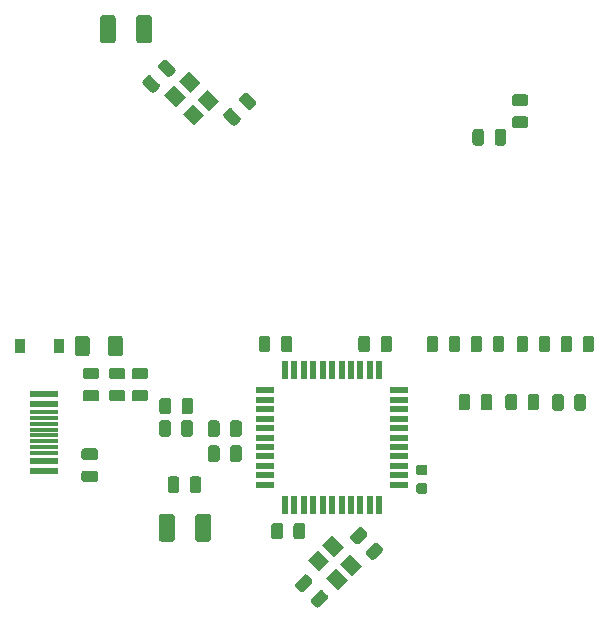
<source format=gbr>
G04 #@! TF.GenerationSoftware,KiCad,Pcbnew,5.1.5+dfsg1-2build2*
G04 #@! TF.CreationDate,2020-11-03T19:00:10-05:00*
G04 #@! TF.ProjectId,multi-avr,6d756c74-692d-4617-9672-2e6b69636164,rev?*
G04 #@! TF.SameCoordinates,Original*
G04 #@! TF.FileFunction,Paste,Top*
G04 #@! TF.FilePolarity,Positive*
%FSLAX46Y46*%
G04 Gerber Fmt 4.6, Leading zero omitted, Abs format (unit mm)*
G04 Created by KiCad (PCBNEW 5.1.5+dfsg1-2build2) date 2020-11-03 19:00:10*
%MOMM*%
%LPD*%
G04 APERTURE LIST*
%ADD10C,0.100000*%
%ADD11R,2.450000X0.600000*%
%ADD12R,2.450000X0.300000*%
%ADD13R,0.900000X1.200000*%
%ADD14R,0.550000X1.500000*%
%ADD15R,1.500000X0.550000*%
G04 APERTURE END LIST*
D10*
G36*
X173517642Y-76726174D02*
G01*
X173541303Y-76729684D01*
X173564507Y-76735496D01*
X173587029Y-76743554D01*
X173608653Y-76753782D01*
X173629170Y-76766079D01*
X173648383Y-76780329D01*
X173666107Y-76796393D01*
X173682171Y-76814117D01*
X173696421Y-76833330D01*
X173708718Y-76853847D01*
X173718946Y-76875471D01*
X173727004Y-76897993D01*
X173732816Y-76921197D01*
X173736326Y-76944858D01*
X173737500Y-76968750D01*
X173737500Y-77881250D01*
X173736326Y-77905142D01*
X173732816Y-77928803D01*
X173727004Y-77952007D01*
X173718946Y-77974529D01*
X173708718Y-77996153D01*
X173696421Y-78016670D01*
X173682171Y-78035883D01*
X173666107Y-78053607D01*
X173648383Y-78069671D01*
X173629170Y-78083921D01*
X173608653Y-78096218D01*
X173587029Y-78106446D01*
X173564507Y-78114504D01*
X173541303Y-78120316D01*
X173517642Y-78123826D01*
X173493750Y-78125000D01*
X173006250Y-78125000D01*
X172982358Y-78123826D01*
X172958697Y-78120316D01*
X172935493Y-78114504D01*
X172912971Y-78106446D01*
X172891347Y-78096218D01*
X172870830Y-78083921D01*
X172851617Y-78069671D01*
X172833893Y-78053607D01*
X172817829Y-78035883D01*
X172803579Y-78016670D01*
X172791282Y-77996153D01*
X172781054Y-77974529D01*
X172772996Y-77952007D01*
X172767184Y-77928803D01*
X172763674Y-77905142D01*
X172762500Y-77881250D01*
X172762500Y-76968750D01*
X172763674Y-76944858D01*
X172767184Y-76921197D01*
X172772996Y-76897993D01*
X172781054Y-76875471D01*
X172791282Y-76853847D01*
X172803579Y-76833330D01*
X172817829Y-76814117D01*
X172833893Y-76796393D01*
X172851617Y-76780329D01*
X172870830Y-76766079D01*
X172891347Y-76753782D01*
X172912971Y-76743554D01*
X172935493Y-76735496D01*
X172958697Y-76729684D01*
X172982358Y-76726174D01*
X173006250Y-76725000D01*
X173493750Y-76725000D01*
X173517642Y-76726174D01*
G37*
G36*
X175392642Y-76726174D02*
G01*
X175416303Y-76729684D01*
X175439507Y-76735496D01*
X175462029Y-76743554D01*
X175483653Y-76753782D01*
X175504170Y-76766079D01*
X175523383Y-76780329D01*
X175541107Y-76796393D01*
X175557171Y-76814117D01*
X175571421Y-76833330D01*
X175583718Y-76853847D01*
X175593946Y-76875471D01*
X175602004Y-76897993D01*
X175607816Y-76921197D01*
X175611326Y-76944858D01*
X175612500Y-76968750D01*
X175612500Y-77881250D01*
X175611326Y-77905142D01*
X175607816Y-77928803D01*
X175602004Y-77952007D01*
X175593946Y-77974529D01*
X175583718Y-77996153D01*
X175571421Y-78016670D01*
X175557171Y-78035883D01*
X175541107Y-78053607D01*
X175523383Y-78069671D01*
X175504170Y-78083921D01*
X175483653Y-78096218D01*
X175462029Y-78106446D01*
X175439507Y-78114504D01*
X175416303Y-78120316D01*
X175392642Y-78123826D01*
X175368750Y-78125000D01*
X174881250Y-78125000D01*
X174857358Y-78123826D01*
X174833697Y-78120316D01*
X174810493Y-78114504D01*
X174787971Y-78106446D01*
X174766347Y-78096218D01*
X174745830Y-78083921D01*
X174726617Y-78069671D01*
X174708893Y-78053607D01*
X174692829Y-78035883D01*
X174678579Y-78016670D01*
X174666282Y-77996153D01*
X174656054Y-77974529D01*
X174647996Y-77952007D01*
X174642184Y-77928803D01*
X174638674Y-77905142D01*
X174637500Y-77881250D01*
X174637500Y-76968750D01*
X174638674Y-76944858D01*
X174642184Y-76921197D01*
X174647996Y-76897993D01*
X174656054Y-76875471D01*
X174666282Y-76853847D01*
X174678579Y-76833330D01*
X174692829Y-76814117D01*
X174708893Y-76796393D01*
X174726617Y-76780329D01*
X174745830Y-76766079D01*
X174766347Y-76753782D01*
X174787971Y-76743554D01*
X174810493Y-76735496D01*
X174833697Y-76729684D01*
X174857358Y-76726174D01*
X174881250Y-76725000D01*
X175368750Y-76725000D01*
X175392642Y-76726174D01*
G37*
G36*
X173362642Y-94231174D02*
G01*
X173386303Y-94234684D01*
X173409507Y-94240496D01*
X173432029Y-94248554D01*
X173453653Y-94258782D01*
X173474170Y-94271079D01*
X173493383Y-94285329D01*
X173511107Y-94301393D01*
X173527171Y-94319117D01*
X173541421Y-94338330D01*
X173553718Y-94358847D01*
X173563946Y-94380471D01*
X173572004Y-94402993D01*
X173577816Y-94426197D01*
X173581326Y-94449858D01*
X173582500Y-94473750D01*
X173582500Y-95386250D01*
X173581326Y-95410142D01*
X173577816Y-95433803D01*
X173572004Y-95457007D01*
X173563946Y-95479529D01*
X173553718Y-95501153D01*
X173541421Y-95521670D01*
X173527171Y-95540883D01*
X173511107Y-95558607D01*
X173493383Y-95574671D01*
X173474170Y-95588921D01*
X173453653Y-95601218D01*
X173432029Y-95611446D01*
X173409507Y-95619504D01*
X173386303Y-95625316D01*
X173362642Y-95628826D01*
X173338750Y-95630000D01*
X172851250Y-95630000D01*
X172827358Y-95628826D01*
X172803697Y-95625316D01*
X172780493Y-95619504D01*
X172757971Y-95611446D01*
X172736347Y-95601218D01*
X172715830Y-95588921D01*
X172696617Y-95574671D01*
X172678893Y-95558607D01*
X172662829Y-95540883D01*
X172648579Y-95521670D01*
X172636282Y-95501153D01*
X172626054Y-95479529D01*
X172617996Y-95457007D01*
X172612184Y-95433803D01*
X172608674Y-95410142D01*
X172607500Y-95386250D01*
X172607500Y-94473750D01*
X172608674Y-94449858D01*
X172612184Y-94426197D01*
X172617996Y-94402993D01*
X172626054Y-94380471D01*
X172636282Y-94358847D01*
X172648579Y-94338330D01*
X172662829Y-94319117D01*
X172678893Y-94301393D01*
X172696617Y-94285329D01*
X172715830Y-94271079D01*
X172736347Y-94258782D01*
X172757971Y-94248554D01*
X172780493Y-94240496D01*
X172803697Y-94234684D01*
X172827358Y-94231174D01*
X172851250Y-94230000D01*
X173338750Y-94230000D01*
X173362642Y-94231174D01*
G37*
G36*
X175237642Y-94231174D02*
G01*
X175261303Y-94234684D01*
X175284507Y-94240496D01*
X175307029Y-94248554D01*
X175328653Y-94258782D01*
X175349170Y-94271079D01*
X175368383Y-94285329D01*
X175386107Y-94301393D01*
X175402171Y-94319117D01*
X175416421Y-94338330D01*
X175428718Y-94358847D01*
X175438946Y-94380471D01*
X175447004Y-94402993D01*
X175452816Y-94426197D01*
X175456326Y-94449858D01*
X175457500Y-94473750D01*
X175457500Y-95386250D01*
X175456326Y-95410142D01*
X175452816Y-95433803D01*
X175447004Y-95457007D01*
X175438946Y-95479529D01*
X175428718Y-95501153D01*
X175416421Y-95521670D01*
X175402171Y-95540883D01*
X175386107Y-95558607D01*
X175368383Y-95574671D01*
X175349170Y-95588921D01*
X175328653Y-95601218D01*
X175307029Y-95611446D01*
X175284507Y-95619504D01*
X175261303Y-95625316D01*
X175237642Y-95628826D01*
X175213750Y-95630000D01*
X174726250Y-95630000D01*
X174702358Y-95628826D01*
X174678697Y-95625316D01*
X174655493Y-95619504D01*
X174632971Y-95611446D01*
X174611347Y-95601218D01*
X174590830Y-95588921D01*
X174571617Y-95574671D01*
X174553893Y-95558607D01*
X174537829Y-95540883D01*
X174523579Y-95521670D01*
X174511282Y-95501153D01*
X174501054Y-95479529D01*
X174492996Y-95457007D01*
X174487184Y-95433803D01*
X174483674Y-95410142D01*
X174482500Y-95386250D01*
X174482500Y-94473750D01*
X174483674Y-94449858D01*
X174487184Y-94426197D01*
X174492996Y-94402993D01*
X174501054Y-94380471D01*
X174511282Y-94358847D01*
X174523579Y-94338330D01*
X174537829Y-94319117D01*
X174553893Y-94301393D01*
X174571617Y-94285329D01*
X174590830Y-94271079D01*
X174611347Y-94258782D01*
X174632971Y-94248554D01*
X174655493Y-94240496D01*
X174678697Y-94234684D01*
X174702358Y-94231174D01*
X174726250Y-94230000D01*
X175213750Y-94230000D01*
X175237642Y-94231174D01*
G37*
G36*
X177252642Y-94231174D02*
G01*
X177276303Y-94234684D01*
X177299507Y-94240496D01*
X177322029Y-94248554D01*
X177343653Y-94258782D01*
X177364170Y-94271079D01*
X177383383Y-94285329D01*
X177401107Y-94301393D01*
X177417171Y-94319117D01*
X177431421Y-94338330D01*
X177443718Y-94358847D01*
X177453946Y-94380471D01*
X177462004Y-94402993D01*
X177467816Y-94426197D01*
X177471326Y-94449858D01*
X177472500Y-94473750D01*
X177472500Y-95386250D01*
X177471326Y-95410142D01*
X177467816Y-95433803D01*
X177462004Y-95457007D01*
X177453946Y-95479529D01*
X177443718Y-95501153D01*
X177431421Y-95521670D01*
X177417171Y-95540883D01*
X177401107Y-95558607D01*
X177383383Y-95574671D01*
X177364170Y-95588921D01*
X177343653Y-95601218D01*
X177322029Y-95611446D01*
X177299507Y-95619504D01*
X177276303Y-95625316D01*
X177252642Y-95628826D01*
X177228750Y-95630000D01*
X176741250Y-95630000D01*
X176717358Y-95628826D01*
X176693697Y-95625316D01*
X176670493Y-95619504D01*
X176647971Y-95611446D01*
X176626347Y-95601218D01*
X176605830Y-95588921D01*
X176586617Y-95574671D01*
X176568893Y-95558607D01*
X176552829Y-95540883D01*
X176538579Y-95521670D01*
X176526282Y-95501153D01*
X176516054Y-95479529D01*
X176507996Y-95457007D01*
X176502184Y-95433803D01*
X176498674Y-95410142D01*
X176497500Y-95386250D01*
X176497500Y-94473750D01*
X176498674Y-94449858D01*
X176502184Y-94426197D01*
X176507996Y-94402993D01*
X176516054Y-94380471D01*
X176526282Y-94358847D01*
X176538579Y-94338330D01*
X176552829Y-94319117D01*
X176568893Y-94301393D01*
X176586617Y-94285329D01*
X176605830Y-94271079D01*
X176626347Y-94258782D01*
X176647971Y-94248554D01*
X176670493Y-94240496D01*
X176693697Y-94234684D01*
X176717358Y-94231174D01*
X176741250Y-94230000D01*
X177228750Y-94230000D01*
X177252642Y-94231174D01*
G37*
G36*
X179127642Y-94231174D02*
G01*
X179151303Y-94234684D01*
X179174507Y-94240496D01*
X179197029Y-94248554D01*
X179218653Y-94258782D01*
X179239170Y-94271079D01*
X179258383Y-94285329D01*
X179276107Y-94301393D01*
X179292171Y-94319117D01*
X179306421Y-94338330D01*
X179318718Y-94358847D01*
X179328946Y-94380471D01*
X179337004Y-94402993D01*
X179342816Y-94426197D01*
X179346326Y-94449858D01*
X179347500Y-94473750D01*
X179347500Y-95386250D01*
X179346326Y-95410142D01*
X179342816Y-95433803D01*
X179337004Y-95457007D01*
X179328946Y-95479529D01*
X179318718Y-95501153D01*
X179306421Y-95521670D01*
X179292171Y-95540883D01*
X179276107Y-95558607D01*
X179258383Y-95574671D01*
X179239170Y-95588921D01*
X179218653Y-95601218D01*
X179197029Y-95611446D01*
X179174507Y-95619504D01*
X179151303Y-95625316D01*
X179127642Y-95628826D01*
X179103750Y-95630000D01*
X178616250Y-95630000D01*
X178592358Y-95628826D01*
X178568697Y-95625316D01*
X178545493Y-95619504D01*
X178522971Y-95611446D01*
X178501347Y-95601218D01*
X178480830Y-95588921D01*
X178461617Y-95574671D01*
X178443893Y-95558607D01*
X178427829Y-95540883D01*
X178413579Y-95521670D01*
X178401282Y-95501153D01*
X178391054Y-95479529D01*
X178382996Y-95457007D01*
X178377184Y-95433803D01*
X178373674Y-95410142D01*
X178372500Y-95386250D01*
X178372500Y-94473750D01*
X178373674Y-94449858D01*
X178377184Y-94426197D01*
X178382996Y-94402993D01*
X178391054Y-94380471D01*
X178401282Y-94358847D01*
X178413579Y-94338330D01*
X178427829Y-94319117D01*
X178443893Y-94301393D01*
X178461617Y-94285329D01*
X178480830Y-94271079D01*
X178501347Y-94258782D01*
X178522971Y-94248554D01*
X178545493Y-94240496D01*
X178568697Y-94234684D01*
X178592358Y-94231174D01*
X178616250Y-94230000D01*
X179103750Y-94230000D01*
X179127642Y-94231174D01*
G37*
G36*
X180972642Y-94231174D02*
G01*
X180996303Y-94234684D01*
X181019507Y-94240496D01*
X181042029Y-94248554D01*
X181063653Y-94258782D01*
X181084170Y-94271079D01*
X181103383Y-94285329D01*
X181121107Y-94301393D01*
X181137171Y-94319117D01*
X181151421Y-94338330D01*
X181163718Y-94358847D01*
X181173946Y-94380471D01*
X181182004Y-94402993D01*
X181187816Y-94426197D01*
X181191326Y-94449858D01*
X181192500Y-94473750D01*
X181192500Y-95386250D01*
X181191326Y-95410142D01*
X181187816Y-95433803D01*
X181182004Y-95457007D01*
X181173946Y-95479529D01*
X181163718Y-95501153D01*
X181151421Y-95521670D01*
X181137171Y-95540883D01*
X181121107Y-95558607D01*
X181103383Y-95574671D01*
X181084170Y-95588921D01*
X181063653Y-95601218D01*
X181042029Y-95611446D01*
X181019507Y-95619504D01*
X180996303Y-95625316D01*
X180972642Y-95628826D01*
X180948750Y-95630000D01*
X180461250Y-95630000D01*
X180437358Y-95628826D01*
X180413697Y-95625316D01*
X180390493Y-95619504D01*
X180367971Y-95611446D01*
X180346347Y-95601218D01*
X180325830Y-95588921D01*
X180306617Y-95574671D01*
X180288893Y-95558607D01*
X180272829Y-95540883D01*
X180258579Y-95521670D01*
X180246282Y-95501153D01*
X180236054Y-95479529D01*
X180227996Y-95457007D01*
X180222184Y-95433803D01*
X180218674Y-95410142D01*
X180217500Y-95386250D01*
X180217500Y-94473750D01*
X180218674Y-94449858D01*
X180222184Y-94426197D01*
X180227996Y-94402993D01*
X180236054Y-94380471D01*
X180246282Y-94358847D01*
X180258579Y-94338330D01*
X180272829Y-94319117D01*
X180288893Y-94301393D01*
X180306617Y-94285329D01*
X180325830Y-94271079D01*
X180346347Y-94258782D01*
X180367971Y-94248554D01*
X180390493Y-94240496D01*
X180413697Y-94234684D01*
X180437358Y-94231174D01*
X180461250Y-94230000D01*
X180948750Y-94230000D01*
X180972642Y-94231174D01*
G37*
G36*
X182847642Y-94231174D02*
G01*
X182871303Y-94234684D01*
X182894507Y-94240496D01*
X182917029Y-94248554D01*
X182938653Y-94258782D01*
X182959170Y-94271079D01*
X182978383Y-94285329D01*
X182996107Y-94301393D01*
X183012171Y-94319117D01*
X183026421Y-94338330D01*
X183038718Y-94358847D01*
X183048946Y-94380471D01*
X183057004Y-94402993D01*
X183062816Y-94426197D01*
X183066326Y-94449858D01*
X183067500Y-94473750D01*
X183067500Y-95386250D01*
X183066326Y-95410142D01*
X183062816Y-95433803D01*
X183057004Y-95457007D01*
X183048946Y-95479529D01*
X183038718Y-95501153D01*
X183026421Y-95521670D01*
X183012171Y-95540883D01*
X182996107Y-95558607D01*
X182978383Y-95574671D01*
X182959170Y-95588921D01*
X182938653Y-95601218D01*
X182917029Y-95611446D01*
X182894507Y-95619504D01*
X182871303Y-95625316D01*
X182847642Y-95628826D01*
X182823750Y-95630000D01*
X182336250Y-95630000D01*
X182312358Y-95628826D01*
X182288697Y-95625316D01*
X182265493Y-95619504D01*
X182242971Y-95611446D01*
X182221347Y-95601218D01*
X182200830Y-95588921D01*
X182181617Y-95574671D01*
X182163893Y-95558607D01*
X182147829Y-95540883D01*
X182133579Y-95521670D01*
X182121282Y-95501153D01*
X182111054Y-95479529D01*
X182102996Y-95457007D01*
X182097184Y-95433803D01*
X182093674Y-95410142D01*
X182092500Y-95386250D01*
X182092500Y-94473750D01*
X182093674Y-94449858D01*
X182097184Y-94426197D01*
X182102996Y-94402993D01*
X182111054Y-94380471D01*
X182121282Y-94358847D01*
X182133579Y-94338330D01*
X182147829Y-94319117D01*
X182163893Y-94301393D01*
X182181617Y-94285329D01*
X182200830Y-94271079D01*
X182221347Y-94258782D01*
X182242971Y-94248554D01*
X182265493Y-94240496D01*
X182288697Y-94234684D01*
X182312358Y-94231174D01*
X182336250Y-94230000D01*
X182823750Y-94230000D01*
X182847642Y-94231174D01*
G37*
G36*
X169630142Y-94231174D02*
G01*
X169653803Y-94234684D01*
X169677007Y-94240496D01*
X169699529Y-94248554D01*
X169721153Y-94258782D01*
X169741670Y-94271079D01*
X169760883Y-94285329D01*
X169778607Y-94301393D01*
X169794671Y-94319117D01*
X169808921Y-94338330D01*
X169821218Y-94358847D01*
X169831446Y-94380471D01*
X169839504Y-94402993D01*
X169845316Y-94426197D01*
X169848826Y-94449858D01*
X169850000Y-94473750D01*
X169850000Y-95386250D01*
X169848826Y-95410142D01*
X169845316Y-95433803D01*
X169839504Y-95457007D01*
X169831446Y-95479529D01*
X169821218Y-95501153D01*
X169808921Y-95521670D01*
X169794671Y-95540883D01*
X169778607Y-95558607D01*
X169760883Y-95574671D01*
X169741670Y-95588921D01*
X169721153Y-95601218D01*
X169699529Y-95611446D01*
X169677007Y-95619504D01*
X169653803Y-95625316D01*
X169630142Y-95628826D01*
X169606250Y-95630000D01*
X169118750Y-95630000D01*
X169094858Y-95628826D01*
X169071197Y-95625316D01*
X169047993Y-95619504D01*
X169025471Y-95611446D01*
X169003847Y-95601218D01*
X168983330Y-95588921D01*
X168964117Y-95574671D01*
X168946393Y-95558607D01*
X168930329Y-95540883D01*
X168916079Y-95521670D01*
X168903782Y-95501153D01*
X168893554Y-95479529D01*
X168885496Y-95457007D01*
X168879684Y-95433803D01*
X168876174Y-95410142D01*
X168875000Y-95386250D01*
X168875000Y-94473750D01*
X168876174Y-94449858D01*
X168879684Y-94426197D01*
X168885496Y-94402993D01*
X168893554Y-94380471D01*
X168903782Y-94358847D01*
X168916079Y-94338330D01*
X168930329Y-94319117D01*
X168946393Y-94301393D01*
X168964117Y-94285329D01*
X168983330Y-94271079D01*
X169003847Y-94258782D01*
X169025471Y-94248554D01*
X169047993Y-94240496D01*
X169071197Y-94234684D01*
X169094858Y-94231174D01*
X169118750Y-94230000D01*
X169606250Y-94230000D01*
X169630142Y-94231174D01*
G37*
G36*
X171505142Y-94231174D02*
G01*
X171528803Y-94234684D01*
X171552007Y-94240496D01*
X171574529Y-94248554D01*
X171596153Y-94258782D01*
X171616670Y-94271079D01*
X171635883Y-94285329D01*
X171653607Y-94301393D01*
X171669671Y-94319117D01*
X171683921Y-94338330D01*
X171696218Y-94358847D01*
X171706446Y-94380471D01*
X171714504Y-94402993D01*
X171720316Y-94426197D01*
X171723826Y-94449858D01*
X171725000Y-94473750D01*
X171725000Y-95386250D01*
X171723826Y-95410142D01*
X171720316Y-95433803D01*
X171714504Y-95457007D01*
X171706446Y-95479529D01*
X171696218Y-95501153D01*
X171683921Y-95521670D01*
X171669671Y-95540883D01*
X171653607Y-95558607D01*
X171635883Y-95574671D01*
X171616670Y-95588921D01*
X171596153Y-95601218D01*
X171574529Y-95611446D01*
X171552007Y-95619504D01*
X171528803Y-95625316D01*
X171505142Y-95628826D01*
X171481250Y-95630000D01*
X170993750Y-95630000D01*
X170969858Y-95628826D01*
X170946197Y-95625316D01*
X170922993Y-95619504D01*
X170900471Y-95611446D01*
X170878847Y-95601218D01*
X170858330Y-95588921D01*
X170839117Y-95574671D01*
X170821393Y-95558607D01*
X170805329Y-95540883D01*
X170791079Y-95521670D01*
X170778782Y-95501153D01*
X170768554Y-95479529D01*
X170760496Y-95457007D01*
X170754684Y-95433803D01*
X170751174Y-95410142D01*
X170750000Y-95386250D01*
X170750000Y-94473750D01*
X170751174Y-94449858D01*
X170754684Y-94426197D01*
X170760496Y-94402993D01*
X170768554Y-94380471D01*
X170778782Y-94358847D01*
X170791079Y-94338330D01*
X170805329Y-94319117D01*
X170821393Y-94301393D01*
X170839117Y-94285329D01*
X170858330Y-94271079D01*
X170878847Y-94258782D01*
X170900471Y-94248554D01*
X170922993Y-94240496D01*
X170946197Y-94234684D01*
X170969858Y-94231174D01*
X170993750Y-94230000D01*
X171481250Y-94230000D01*
X171505142Y-94231174D01*
G37*
G36*
X140940142Y-98821174D02*
G01*
X140963803Y-98824684D01*
X140987007Y-98830496D01*
X141009529Y-98838554D01*
X141031153Y-98848782D01*
X141051670Y-98861079D01*
X141070883Y-98875329D01*
X141088607Y-98891393D01*
X141104671Y-98909117D01*
X141118921Y-98928330D01*
X141131218Y-98948847D01*
X141141446Y-98970471D01*
X141149504Y-98992993D01*
X141155316Y-99016197D01*
X141158826Y-99039858D01*
X141160000Y-99063750D01*
X141160000Y-99551250D01*
X141158826Y-99575142D01*
X141155316Y-99598803D01*
X141149504Y-99622007D01*
X141141446Y-99644529D01*
X141131218Y-99666153D01*
X141118921Y-99686670D01*
X141104671Y-99705883D01*
X141088607Y-99723607D01*
X141070883Y-99739671D01*
X141051670Y-99753921D01*
X141031153Y-99766218D01*
X141009529Y-99776446D01*
X140987007Y-99784504D01*
X140963803Y-99790316D01*
X140940142Y-99793826D01*
X140916250Y-99795000D01*
X140003750Y-99795000D01*
X139979858Y-99793826D01*
X139956197Y-99790316D01*
X139932993Y-99784504D01*
X139910471Y-99776446D01*
X139888847Y-99766218D01*
X139868330Y-99753921D01*
X139849117Y-99739671D01*
X139831393Y-99723607D01*
X139815329Y-99705883D01*
X139801079Y-99686670D01*
X139788782Y-99666153D01*
X139778554Y-99644529D01*
X139770496Y-99622007D01*
X139764684Y-99598803D01*
X139761174Y-99575142D01*
X139760000Y-99551250D01*
X139760000Y-99063750D01*
X139761174Y-99039858D01*
X139764684Y-99016197D01*
X139770496Y-98992993D01*
X139778554Y-98970471D01*
X139788782Y-98948847D01*
X139801079Y-98928330D01*
X139815329Y-98909117D01*
X139831393Y-98891393D01*
X139849117Y-98875329D01*
X139868330Y-98861079D01*
X139888847Y-98848782D01*
X139910471Y-98838554D01*
X139932993Y-98830496D01*
X139956197Y-98824684D01*
X139979858Y-98821174D01*
X140003750Y-98820000D01*
X140916250Y-98820000D01*
X140940142Y-98821174D01*
G37*
G36*
X140940142Y-96946174D02*
G01*
X140963803Y-96949684D01*
X140987007Y-96955496D01*
X141009529Y-96963554D01*
X141031153Y-96973782D01*
X141051670Y-96986079D01*
X141070883Y-97000329D01*
X141088607Y-97016393D01*
X141104671Y-97034117D01*
X141118921Y-97053330D01*
X141131218Y-97073847D01*
X141141446Y-97095471D01*
X141149504Y-97117993D01*
X141155316Y-97141197D01*
X141158826Y-97164858D01*
X141160000Y-97188750D01*
X141160000Y-97676250D01*
X141158826Y-97700142D01*
X141155316Y-97723803D01*
X141149504Y-97747007D01*
X141141446Y-97769529D01*
X141131218Y-97791153D01*
X141118921Y-97811670D01*
X141104671Y-97830883D01*
X141088607Y-97848607D01*
X141070883Y-97864671D01*
X141051670Y-97878921D01*
X141031153Y-97891218D01*
X141009529Y-97901446D01*
X140987007Y-97909504D01*
X140963803Y-97915316D01*
X140940142Y-97918826D01*
X140916250Y-97920000D01*
X140003750Y-97920000D01*
X139979858Y-97918826D01*
X139956197Y-97915316D01*
X139932993Y-97909504D01*
X139910471Y-97901446D01*
X139888847Y-97891218D01*
X139868330Y-97878921D01*
X139849117Y-97864671D01*
X139831393Y-97848607D01*
X139815329Y-97830883D01*
X139801079Y-97811670D01*
X139788782Y-97791153D01*
X139778554Y-97769529D01*
X139770496Y-97747007D01*
X139764684Y-97723803D01*
X139761174Y-97700142D01*
X139760000Y-97676250D01*
X139760000Y-97188750D01*
X139761174Y-97164858D01*
X139764684Y-97141197D01*
X139770496Y-97117993D01*
X139778554Y-97095471D01*
X139788782Y-97073847D01*
X139801079Y-97053330D01*
X139815329Y-97034117D01*
X139831393Y-97016393D01*
X139849117Y-97000329D01*
X139868330Y-96986079D01*
X139888847Y-96973782D01*
X139910471Y-96963554D01*
X139932993Y-96955496D01*
X139956197Y-96949684D01*
X139979858Y-96946174D01*
X140003750Y-96945000D01*
X140916250Y-96945000D01*
X140940142Y-96946174D01*
G37*
G36*
X140840142Y-105643674D02*
G01*
X140863803Y-105647184D01*
X140887007Y-105652996D01*
X140909529Y-105661054D01*
X140931153Y-105671282D01*
X140951670Y-105683579D01*
X140970883Y-105697829D01*
X140988607Y-105713893D01*
X141004671Y-105731617D01*
X141018921Y-105750830D01*
X141031218Y-105771347D01*
X141041446Y-105792971D01*
X141049504Y-105815493D01*
X141055316Y-105838697D01*
X141058826Y-105862358D01*
X141060000Y-105886250D01*
X141060000Y-106373750D01*
X141058826Y-106397642D01*
X141055316Y-106421303D01*
X141049504Y-106444507D01*
X141041446Y-106467029D01*
X141031218Y-106488653D01*
X141018921Y-106509170D01*
X141004671Y-106528383D01*
X140988607Y-106546107D01*
X140970883Y-106562171D01*
X140951670Y-106576421D01*
X140931153Y-106588718D01*
X140909529Y-106598946D01*
X140887007Y-106607004D01*
X140863803Y-106612816D01*
X140840142Y-106616326D01*
X140816250Y-106617500D01*
X139903750Y-106617500D01*
X139879858Y-106616326D01*
X139856197Y-106612816D01*
X139832993Y-106607004D01*
X139810471Y-106598946D01*
X139788847Y-106588718D01*
X139768330Y-106576421D01*
X139749117Y-106562171D01*
X139731393Y-106546107D01*
X139715329Y-106528383D01*
X139701079Y-106509170D01*
X139688782Y-106488653D01*
X139678554Y-106467029D01*
X139670496Y-106444507D01*
X139664684Y-106421303D01*
X139661174Y-106397642D01*
X139660000Y-106373750D01*
X139660000Y-105886250D01*
X139661174Y-105862358D01*
X139664684Y-105838697D01*
X139670496Y-105815493D01*
X139678554Y-105792971D01*
X139688782Y-105771347D01*
X139701079Y-105750830D01*
X139715329Y-105731617D01*
X139731393Y-105713893D01*
X139749117Y-105697829D01*
X139768330Y-105683579D01*
X139788847Y-105671282D01*
X139810471Y-105661054D01*
X139832993Y-105652996D01*
X139856197Y-105647184D01*
X139879858Y-105643674D01*
X139903750Y-105642500D01*
X140816250Y-105642500D01*
X140840142Y-105643674D01*
G37*
G36*
X140840142Y-103768674D02*
G01*
X140863803Y-103772184D01*
X140887007Y-103777996D01*
X140909529Y-103786054D01*
X140931153Y-103796282D01*
X140951670Y-103808579D01*
X140970883Y-103822829D01*
X140988607Y-103838893D01*
X141004671Y-103856617D01*
X141018921Y-103875830D01*
X141031218Y-103896347D01*
X141041446Y-103917971D01*
X141049504Y-103940493D01*
X141055316Y-103963697D01*
X141058826Y-103987358D01*
X141060000Y-104011250D01*
X141060000Y-104498750D01*
X141058826Y-104522642D01*
X141055316Y-104546303D01*
X141049504Y-104569507D01*
X141041446Y-104592029D01*
X141031218Y-104613653D01*
X141018921Y-104634170D01*
X141004671Y-104653383D01*
X140988607Y-104671107D01*
X140970883Y-104687171D01*
X140951670Y-104701421D01*
X140931153Y-104713718D01*
X140909529Y-104723946D01*
X140887007Y-104732004D01*
X140863803Y-104737816D01*
X140840142Y-104741326D01*
X140816250Y-104742500D01*
X139903750Y-104742500D01*
X139879858Y-104741326D01*
X139856197Y-104737816D01*
X139832993Y-104732004D01*
X139810471Y-104723946D01*
X139788847Y-104713718D01*
X139768330Y-104701421D01*
X139749117Y-104687171D01*
X139731393Y-104671107D01*
X139715329Y-104653383D01*
X139701079Y-104634170D01*
X139688782Y-104613653D01*
X139678554Y-104592029D01*
X139670496Y-104569507D01*
X139664684Y-104546303D01*
X139661174Y-104522642D01*
X139660000Y-104498750D01*
X139660000Y-104011250D01*
X139661174Y-103987358D01*
X139664684Y-103963697D01*
X139670496Y-103940493D01*
X139678554Y-103917971D01*
X139688782Y-103896347D01*
X139701079Y-103875830D01*
X139715329Y-103856617D01*
X139731393Y-103838893D01*
X139749117Y-103822829D01*
X139768330Y-103808579D01*
X139788847Y-103796282D01*
X139810471Y-103786054D01*
X139832993Y-103777996D01*
X139856197Y-103772184D01*
X139879858Y-103768674D01*
X139903750Y-103767500D01*
X140816250Y-103767500D01*
X140840142Y-103768674D01*
G37*
G36*
X147017642Y-99476174D02*
G01*
X147041303Y-99479684D01*
X147064507Y-99485496D01*
X147087029Y-99493554D01*
X147108653Y-99503782D01*
X147129170Y-99516079D01*
X147148383Y-99530329D01*
X147166107Y-99546393D01*
X147182171Y-99564117D01*
X147196421Y-99583330D01*
X147208718Y-99603847D01*
X147218946Y-99625471D01*
X147227004Y-99647993D01*
X147232816Y-99671197D01*
X147236326Y-99694858D01*
X147237500Y-99718750D01*
X147237500Y-100631250D01*
X147236326Y-100655142D01*
X147232816Y-100678803D01*
X147227004Y-100702007D01*
X147218946Y-100724529D01*
X147208718Y-100746153D01*
X147196421Y-100766670D01*
X147182171Y-100785883D01*
X147166107Y-100803607D01*
X147148383Y-100819671D01*
X147129170Y-100833921D01*
X147108653Y-100846218D01*
X147087029Y-100856446D01*
X147064507Y-100864504D01*
X147041303Y-100870316D01*
X147017642Y-100873826D01*
X146993750Y-100875000D01*
X146506250Y-100875000D01*
X146482358Y-100873826D01*
X146458697Y-100870316D01*
X146435493Y-100864504D01*
X146412971Y-100856446D01*
X146391347Y-100846218D01*
X146370830Y-100833921D01*
X146351617Y-100819671D01*
X146333893Y-100803607D01*
X146317829Y-100785883D01*
X146303579Y-100766670D01*
X146291282Y-100746153D01*
X146281054Y-100724529D01*
X146272996Y-100702007D01*
X146267184Y-100678803D01*
X146263674Y-100655142D01*
X146262500Y-100631250D01*
X146262500Y-99718750D01*
X146263674Y-99694858D01*
X146267184Y-99671197D01*
X146272996Y-99647993D01*
X146281054Y-99625471D01*
X146291282Y-99603847D01*
X146303579Y-99583330D01*
X146317829Y-99564117D01*
X146333893Y-99546393D01*
X146351617Y-99530329D01*
X146370830Y-99516079D01*
X146391347Y-99503782D01*
X146412971Y-99493554D01*
X146435493Y-99485496D01*
X146458697Y-99479684D01*
X146482358Y-99476174D01*
X146506250Y-99475000D01*
X146993750Y-99475000D01*
X147017642Y-99476174D01*
G37*
G36*
X148892642Y-99476174D02*
G01*
X148916303Y-99479684D01*
X148939507Y-99485496D01*
X148962029Y-99493554D01*
X148983653Y-99503782D01*
X149004170Y-99516079D01*
X149023383Y-99530329D01*
X149041107Y-99546393D01*
X149057171Y-99564117D01*
X149071421Y-99583330D01*
X149083718Y-99603847D01*
X149093946Y-99625471D01*
X149102004Y-99647993D01*
X149107816Y-99671197D01*
X149111326Y-99694858D01*
X149112500Y-99718750D01*
X149112500Y-100631250D01*
X149111326Y-100655142D01*
X149107816Y-100678803D01*
X149102004Y-100702007D01*
X149093946Y-100724529D01*
X149083718Y-100746153D01*
X149071421Y-100766670D01*
X149057171Y-100785883D01*
X149041107Y-100803607D01*
X149023383Y-100819671D01*
X149004170Y-100833921D01*
X148983653Y-100846218D01*
X148962029Y-100856446D01*
X148939507Y-100864504D01*
X148916303Y-100870316D01*
X148892642Y-100873826D01*
X148868750Y-100875000D01*
X148381250Y-100875000D01*
X148357358Y-100873826D01*
X148333697Y-100870316D01*
X148310493Y-100864504D01*
X148287971Y-100856446D01*
X148266347Y-100846218D01*
X148245830Y-100833921D01*
X148226617Y-100819671D01*
X148208893Y-100803607D01*
X148192829Y-100785883D01*
X148178579Y-100766670D01*
X148166282Y-100746153D01*
X148156054Y-100724529D01*
X148147996Y-100702007D01*
X148142184Y-100678803D01*
X148138674Y-100655142D01*
X148137500Y-100631250D01*
X148137500Y-99718750D01*
X148138674Y-99694858D01*
X148142184Y-99671197D01*
X148147996Y-99647993D01*
X148156054Y-99625471D01*
X148166282Y-99603847D01*
X148178579Y-99583330D01*
X148192829Y-99564117D01*
X148208893Y-99546393D01*
X148226617Y-99530329D01*
X148245830Y-99516079D01*
X148266347Y-99503782D01*
X148287971Y-99493554D01*
X148310493Y-99485496D01*
X148333697Y-99479684D01*
X148357358Y-99476174D01*
X148381250Y-99475000D01*
X148868750Y-99475000D01*
X148892642Y-99476174D01*
G37*
G36*
X146992642Y-101376174D02*
G01*
X147016303Y-101379684D01*
X147039507Y-101385496D01*
X147062029Y-101393554D01*
X147083653Y-101403782D01*
X147104170Y-101416079D01*
X147123383Y-101430329D01*
X147141107Y-101446393D01*
X147157171Y-101464117D01*
X147171421Y-101483330D01*
X147183718Y-101503847D01*
X147193946Y-101525471D01*
X147202004Y-101547993D01*
X147207816Y-101571197D01*
X147211326Y-101594858D01*
X147212500Y-101618750D01*
X147212500Y-102531250D01*
X147211326Y-102555142D01*
X147207816Y-102578803D01*
X147202004Y-102602007D01*
X147193946Y-102624529D01*
X147183718Y-102646153D01*
X147171421Y-102666670D01*
X147157171Y-102685883D01*
X147141107Y-102703607D01*
X147123383Y-102719671D01*
X147104170Y-102733921D01*
X147083653Y-102746218D01*
X147062029Y-102756446D01*
X147039507Y-102764504D01*
X147016303Y-102770316D01*
X146992642Y-102773826D01*
X146968750Y-102775000D01*
X146481250Y-102775000D01*
X146457358Y-102773826D01*
X146433697Y-102770316D01*
X146410493Y-102764504D01*
X146387971Y-102756446D01*
X146366347Y-102746218D01*
X146345830Y-102733921D01*
X146326617Y-102719671D01*
X146308893Y-102703607D01*
X146292829Y-102685883D01*
X146278579Y-102666670D01*
X146266282Y-102646153D01*
X146256054Y-102624529D01*
X146247996Y-102602007D01*
X146242184Y-102578803D01*
X146238674Y-102555142D01*
X146237500Y-102531250D01*
X146237500Y-101618750D01*
X146238674Y-101594858D01*
X146242184Y-101571197D01*
X146247996Y-101547993D01*
X146256054Y-101525471D01*
X146266282Y-101503847D01*
X146278579Y-101483330D01*
X146292829Y-101464117D01*
X146308893Y-101446393D01*
X146326617Y-101430329D01*
X146345830Y-101416079D01*
X146366347Y-101403782D01*
X146387971Y-101393554D01*
X146410493Y-101385496D01*
X146433697Y-101379684D01*
X146457358Y-101376174D01*
X146481250Y-101375000D01*
X146968750Y-101375000D01*
X146992642Y-101376174D01*
G37*
G36*
X148867642Y-101376174D02*
G01*
X148891303Y-101379684D01*
X148914507Y-101385496D01*
X148937029Y-101393554D01*
X148958653Y-101403782D01*
X148979170Y-101416079D01*
X148998383Y-101430329D01*
X149016107Y-101446393D01*
X149032171Y-101464117D01*
X149046421Y-101483330D01*
X149058718Y-101503847D01*
X149068946Y-101525471D01*
X149077004Y-101547993D01*
X149082816Y-101571197D01*
X149086326Y-101594858D01*
X149087500Y-101618750D01*
X149087500Y-102531250D01*
X149086326Y-102555142D01*
X149082816Y-102578803D01*
X149077004Y-102602007D01*
X149068946Y-102624529D01*
X149058718Y-102646153D01*
X149046421Y-102666670D01*
X149032171Y-102685883D01*
X149016107Y-102703607D01*
X148998383Y-102719671D01*
X148979170Y-102733921D01*
X148958653Y-102746218D01*
X148937029Y-102756446D01*
X148914507Y-102764504D01*
X148891303Y-102770316D01*
X148867642Y-102773826D01*
X148843750Y-102775000D01*
X148356250Y-102775000D01*
X148332358Y-102773826D01*
X148308697Y-102770316D01*
X148285493Y-102764504D01*
X148262971Y-102756446D01*
X148241347Y-102746218D01*
X148220830Y-102733921D01*
X148201617Y-102719671D01*
X148183893Y-102703607D01*
X148167829Y-102685883D01*
X148153579Y-102666670D01*
X148141282Y-102646153D01*
X148131054Y-102624529D01*
X148122996Y-102602007D01*
X148117184Y-102578803D01*
X148113674Y-102555142D01*
X148112500Y-102531250D01*
X148112500Y-101618750D01*
X148113674Y-101594858D01*
X148117184Y-101571197D01*
X148122996Y-101547993D01*
X148131054Y-101525471D01*
X148141282Y-101503847D01*
X148153579Y-101483330D01*
X148167829Y-101464117D01*
X148183893Y-101446393D01*
X148201617Y-101430329D01*
X148220830Y-101416079D01*
X148241347Y-101403782D01*
X148262971Y-101393554D01*
X148285493Y-101385496D01*
X148308697Y-101379684D01*
X148332358Y-101376174D01*
X148356250Y-101375000D01*
X148843750Y-101375000D01*
X148867642Y-101376174D01*
G37*
D11*
X136525000Y-105645000D03*
X136525000Y-99195000D03*
X136525000Y-104870000D03*
X136525000Y-99970000D03*
D12*
X136525000Y-100670000D03*
X136525000Y-104170000D03*
X136525000Y-101170000D03*
X136525000Y-103670000D03*
X136525000Y-101670000D03*
X136525000Y-103170000D03*
X136525000Y-102670000D03*
X136525000Y-102170000D03*
D10*
G36*
X149589642Y-106137174D02*
G01*
X149613303Y-106140684D01*
X149636507Y-106146496D01*
X149659029Y-106154554D01*
X149680653Y-106164782D01*
X149701170Y-106177079D01*
X149720383Y-106191329D01*
X149738107Y-106207393D01*
X149754171Y-106225117D01*
X149768421Y-106244330D01*
X149780718Y-106264847D01*
X149790946Y-106286471D01*
X149799004Y-106308993D01*
X149804816Y-106332197D01*
X149808326Y-106355858D01*
X149809500Y-106379750D01*
X149809500Y-107292250D01*
X149808326Y-107316142D01*
X149804816Y-107339803D01*
X149799004Y-107363007D01*
X149790946Y-107385529D01*
X149780718Y-107407153D01*
X149768421Y-107427670D01*
X149754171Y-107446883D01*
X149738107Y-107464607D01*
X149720383Y-107480671D01*
X149701170Y-107494921D01*
X149680653Y-107507218D01*
X149659029Y-107517446D01*
X149636507Y-107525504D01*
X149613303Y-107531316D01*
X149589642Y-107534826D01*
X149565750Y-107536000D01*
X149078250Y-107536000D01*
X149054358Y-107534826D01*
X149030697Y-107531316D01*
X149007493Y-107525504D01*
X148984971Y-107517446D01*
X148963347Y-107507218D01*
X148942830Y-107494921D01*
X148923617Y-107480671D01*
X148905893Y-107464607D01*
X148889829Y-107446883D01*
X148875579Y-107427670D01*
X148863282Y-107407153D01*
X148853054Y-107385529D01*
X148844996Y-107363007D01*
X148839184Y-107339803D01*
X148835674Y-107316142D01*
X148834500Y-107292250D01*
X148834500Y-106379750D01*
X148835674Y-106355858D01*
X148839184Y-106332197D01*
X148844996Y-106308993D01*
X148853054Y-106286471D01*
X148863282Y-106264847D01*
X148875579Y-106244330D01*
X148889829Y-106225117D01*
X148905893Y-106207393D01*
X148923617Y-106191329D01*
X148942830Y-106177079D01*
X148963347Y-106164782D01*
X148984971Y-106154554D01*
X149007493Y-106146496D01*
X149030697Y-106140684D01*
X149054358Y-106137174D01*
X149078250Y-106136000D01*
X149565750Y-106136000D01*
X149589642Y-106137174D01*
G37*
G36*
X147714642Y-106137174D02*
G01*
X147738303Y-106140684D01*
X147761507Y-106146496D01*
X147784029Y-106154554D01*
X147805653Y-106164782D01*
X147826170Y-106177079D01*
X147845383Y-106191329D01*
X147863107Y-106207393D01*
X147879171Y-106225117D01*
X147893421Y-106244330D01*
X147905718Y-106264847D01*
X147915946Y-106286471D01*
X147924004Y-106308993D01*
X147929816Y-106332197D01*
X147933326Y-106355858D01*
X147934500Y-106379750D01*
X147934500Y-107292250D01*
X147933326Y-107316142D01*
X147929816Y-107339803D01*
X147924004Y-107363007D01*
X147915946Y-107385529D01*
X147905718Y-107407153D01*
X147893421Y-107427670D01*
X147879171Y-107446883D01*
X147863107Y-107464607D01*
X147845383Y-107480671D01*
X147826170Y-107494921D01*
X147805653Y-107507218D01*
X147784029Y-107517446D01*
X147761507Y-107525504D01*
X147738303Y-107531316D01*
X147714642Y-107534826D01*
X147690750Y-107536000D01*
X147203250Y-107536000D01*
X147179358Y-107534826D01*
X147155697Y-107531316D01*
X147132493Y-107525504D01*
X147109971Y-107517446D01*
X147088347Y-107507218D01*
X147067830Y-107494921D01*
X147048617Y-107480671D01*
X147030893Y-107464607D01*
X147014829Y-107446883D01*
X147000579Y-107427670D01*
X146988282Y-107407153D01*
X146978054Y-107385529D01*
X146969996Y-107363007D01*
X146964184Y-107339803D01*
X146960674Y-107316142D01*
X146959500Y-107292250D01*
X146959500Y-106379750D01*
X146960674Y-106355858D01*
X146964184Y-106332197D01*
X146969996Y-106308993D01*
X146978054Y-106286471D01*
X146988282Y-106264847D01*
X147000579Y-106244330D01*
X147014829Y-106225117D01*
X147030893Y-106207393D01*
X147048617Y-106191329D01*
X147067830Y-106177079D01*
X147088347Y-106164782D01*
X147109971Y-106154554D01*
X147132493Y-106146496D01*
X147155697Y-106140684D01*
X147179358Y-106137174D01*
X147203250Y-106136000D01*
X147690750Y-106136000D01*
X147714642Y-106137174D01*
G37*
G36*
X153002642Y-103511174D02*
G01*
X153026303Y-103514684D01*
X153049507Y-103520496D01*
X153072029Y-103528554D01*
X153093653Y-103538782D01*
X153114170Y-103551079D01*
X153133383Y-103565329D01*
X153151107Y-103581393D01*
X153167171Y-103599117D01*
X153181421Y-103618330D01*
X153193718Y-103638847D01*
X153203946Y-103660471D01*
X153212004Y-103682993D01*
X153217816Y-103706197D01*
X153221326Y-103729858D01*
X153222500Y-103753750D01*
X153222500Y-104666250D01*
X153221326Y-104690142D01*
X153217816Y-104713803D01*
X153212004Y-104737007D01*
X153203946Y-104759529D01*
X153193718Y-104781153D01*
X153181421Y-104801670D01*
X153167171Y-104820883D01*
X153151107Y-104838607D01*
X153133383Y-104854671D01*
X153114170Y-104868921D01*
X153093653Y-104881218D01*
X153072029Y-104891446D01*
X153049507Y-104899504D01*
X153026303Y-104905316D01*
X153002642Y-104908826D01*
X152978750Y-104910000D01*
X152491250Y-104910000D01*
X152467358Y-104908826D01*
X152443697Y-104905316D01*
X152420493Y-104899504D01*
X152397971Y-104891446D01*
X152376347Y-104881218D01*
X152355830Y-104868921D01*
X152336617Y-104854671D01*
X152318893Y-104838607D01*
X152302829Y-104820883D01*
X152288579Y-104801670D01*
X152276282Y-104781153D01*
X152266054Y-104759529D01*
X152257996Y-104737007D01*
X152252184Y-104713803D01*
X152248674Y-104690142D01*
X152247500Y-104666250D01*
X152247500Y-103753750D01*
X152248674Y-103729858D01*
X152252184Y-103706197D01*
X152257996Y-103682993D01*
X152266054Y-103660471D01*
X152276282Y-103638847D01*
X152288579Y-103618330D01*
X152302829Y-103599117D01*
X152318893Y-103581393D01*
X152336617Y-103565329D01*
X152355830Y-103551079D01*
X152376347Y-103538782D01*
X152397971Y-103528554D01*
X152420493Y-103520496D01*
X152443697Y-103514684D01*
X152467358Y-103511174D01*
X152491250Y-103510000D01*
X152978750Y-103510000D01*
X153002642Y-103511174D01*
G37*
G36*
X151127642Y-103511174D02*
G01*
X151151303Y-103514684D01*
X151174507Y-103520496D01*
X151197029Y-103528554D01*
X151218653Y-103538782D01*
X151239170Y-103551079D01*
X151258383Y-103565329D01*
X151276107Y-103581393D01*
X151292171Y-103599117D01*
X151306421Y-103618330D01*
X151318718Y-103638847D01*
X151328946Y-103660471D01*
X151337004Y-103682993D01*
X151342816Y-103706197D01*
X151346326Y-103729858D01*
X151347500Y-103753750D01*
X151347500Y-104666250D01*
X151346326Y-104690142D01*
X151342816Y-104713803D01*
X151337004Y-104737007D01*
X151328946Y-104759529D01*
X151318718Y-104781153D01*
X151306421Y-104801670D01*
X151292171Y-104820883D01*
X151276107Y-104838607D01*
X151258383Y-104854671D01*
X151239170Y-104868921D01*
X151218653Y-104881218D01*
X151197029Y-104891446D01*
X151174507Y-104899504D01*
X151151303Y-104905316D01*
X151127642Y-104908826D01*
X151103750Y-104910000D01*
X150616250Y-104910000D01*
X150592358Y-104908826D01*
X150568697Y-104905316D01*
X150545493Y-104899504D01*
X150522971Y-104891446D01*
X150501347Y-104881218D01*
X150480830Y-104868921D01*
X150461617Y-104854671D01*
X150443893Y-104838607D01*
X150427829Y-104820883D01*
X150413579Y-104801670D01*
X150401282Y-104781153D01*
X150391054Y-104759529D01*
X150382996Y-104737007D01*
X150377184Y-104713803D01*
X150373674Y-104690142D01*
X150372500Y-104666250D01*
X150372500Y-103753750D01*
X150373674Y-103729858D01*
X150377184Y-103706197D01*
X150382996Y-103682993D01*
X150391054Y-103660471D01*
X150401282Y-103638847D01*
X150413579Y-103618330D01*
X150427829Y-103599117D01*
X150443893Y-103581393D01*
X150461617Y-103565329D01*
X150480830Y-103551079D01*
X150501347Y-103538782D01*
X150522971Y-103528554D01*
X150545493Y-103520496D01*
X150568697Y-103514684D01*
X150592358Y-103511174D01*
X150616250Y-103510000D01*
X151103750Y-103510000D01*
X151127642Y-103511174D01*
G37*
G36*
X151127642Y-101401174D02*
G01*
X151151303Y-101404684D01*
X151174507Y-101410496D01*
X151197029Y-101418554D01*
X151218653Y-101428782D01*
X151239170Y-101441079D01*
X151258383Y-101455329D01*
X151276107Y-101471393D01*
X151292171Y-101489117D01*
X151306421Y-101508330D01*
X151318718Y-101528847D01*
X151328946Y-101550471D01*
X151337004Y-101572993D01*
X151342816Y-101596197D01*
X151346326Y-101619858D01*
X151347500Y-101643750D01*
X151347500Y-102556250D01*
X151346326Y-102580142D01*
X151342816Y-102603803D01*
X151337004Y-102627007D01*
X151328946Y-102649529D01*
X151318718Y-102671153D01*
X151306421Y-102691670D01*
X151292171Y-102710883D01*
X151276107Y-102728607D01*
X151258383Y-102744671D01*
X151239170Y-102758921D01*
X151218653Y-102771218D01*
X151197029Y-102781446D01*
X151174507Y-102789504D01*
X151151303Y-102795316D01*
X151127642Y-102798826D01*
X151103750Y-102800000D01*
X150616250Y-102800000D01*
X150592358Y-102798826D01*
X150568697Y-102795316D01*
X150545493Y-102789504D01*
X150522971Y-102781446D01*
X150501347Y-102771218D01*
X150480830Y-102758921D01*
X150461617Y-102744671D01*
X150443893Y-102728607D01*
X150427829Y-102710883D01*
X150413579Y-102691670D01*
X150401282Y-102671153D01*
X150391054Y-102649529D01*
X150382996Y-102627007D01*
X150377184Y-102603803D01*
X150373674Y-102580142D01*
X150372500Y-102556250D01*
X150372500Y-101643750D01*
X150373674Y-101619858D01*
X150377184Y-101596197D01*
X150382996Y-101572993D01*
X150391054Y-101550471D01*
X150401282Y-101528847D01*
X150413579Y-101508330D01*
X150427829Y-101489117D01*
X150443893Y-101471393D01*
X150461617Y-101455329D01*
X150480830Y-101441079D01*
X150501347Y-101428782D01*
X150522971Y-101418554D01*
X150545493Y-101410496D01*
X150568697Y-101404684D01*
X150592358Y-101401174D01*
X150616250Y-101400000D01*
X151103750Y-101400000D01*
X151127642Y-101401174D01*
G37*
G36*
X153002642Y-101401174D02*
G01*
X153026303Y-101404684D01*
X153049507Y-101410496D01*
X153072029Y-101418554D01*
X153093653Y-101428782D01*
X153114170Y-101441079D01*
X153133383Y-101455329D01*
X153151107Y-101471393D01*
X153167171Y-101489117D01*
X153181421Y-101508330D01*
X153193718Y-101528847D01*
X153203946Y-101550471D01*
X153212004Y-101572993D01*
X153217816Y-101596197D01*
X153221326Y-101619858D01*
X153222500Y-101643750D01*
X153222500Y-102556250D01*
X153221326Y-102580142D01*
X153217816Y-102603803D01*
X153212004Y-102627007D01*
X153203946Y-102649529D01*
X153193718Y-102671153D01*
X153181421Y-102691670D01*
X153167171Y-102710883D01*
X153151107Y-102728607D01*
X153133383Y-102744671D01*
X153114170Y-102758921D01*
X153093653Y-102771218D01*
X153072029Y-102781446D01*
X153049507Y-102789504D01*
X153026303Y-102795316D01*
X153002642Y-102798826D01*
X152978750Y-102800000D01*
X152491250Y-102800000D01*
X152467358Y-102798826D01*
X152443697Y-102795316D01*
X152420493Y-102789504D01*
X152397971Y-102781446D01*
X152376347Y-102771218D01*
X152355830Y-102758921D01*
X152336617Y-102744671D01*
X152318893Y-102728607D01*
X152302829Y-102710883D01*
X152288579Y-102691670D01*
X152276282Y-102671153D01*
X152266054Y-102649529D01*
X152257996Y-102627007D01*
X152252184Y-102603803D01*
X152248674Y-102580142D01*
X152247500Y-102556250D01*
X152247500Y-101643750D01*
X152248674Y-101619858D01*
X152252184Y-101596197D01*
X152257996Y-101572993D01*
X152266054Y-101550471D01*
X152276282Y-101528847D01*
X152288579Y-101508330D01*
X152302829Y-101489117D01*
X152318893Y-101471393D01*
X152336617Y-101455329D01*
X152355830Y-101441079D01*
X152376347Y-101428782D01*
X152397971Y-101418554D01*
X152420493Y-101410496D01*
X152443697Y-101404684D01*
X152467358Y-101401174D01*
X152491250Y-101400000D01*
X152978750Y-101400000D01*
X153002642Y-101401174D01*
G37*
G36*
X145080142Y-98821174D02*
G01*
X145103803Y-98824684D01*
X145127007Y-98830496D01*
X145149529Y-98838554D01*
X145171153Y-98848782D01*
X145191670Y-98861079D01*
X145210883Y-98875329D01*
X145228607Y-98891393D01*
X145244671Y-98909117D01*
X145258921Y-98928330D01*
X145271218Y-98948847D01*
X145281446Y-98970471D01*
X145289504Y-98992993D01*
X145295316Y-99016197D01*
X145298826Y-99039858D01*
X145300000Y-99063750D01*
X145300000Y-99551250D01*
X145298826Y-99575142D01*
X145295316Y-99598803D01*
X145289504Y-99622007D01*
X145281446Y-99644529D01*
X145271218Y-99666153D01*
X145258921Y-99686670D01*
X145244671Y-99705883D01*
X145228607Y-99723607D01*
X145210883Y-99739671D01*
X145191670Y-99753921D01*
X145171153Y-99766218D01*
X145149529Y-99776446D01*
X145127007Y-99784504D01*
X145103803Y-99790316D01*
X145080142Y-99793826D01*
X145056250Y-99795000D01*
X144143750Y-99795000D01*
X144119858Y-99793826D01*
X144096197Y-99790316D01*
X144072993Y-99784504D01*
X144050471Y-99776446D01*
X144028847Y-99766218D01*
X144008330Y-99753921D01*
X143989117Y-99739671D01*
X143971393Y-99723607D01*
X143955329Y-99705883D01*
X143941079Y-99686670D01*
X143928782Y-99666153D01*
X143918554Y-99644529D01*
X143910496Y-99622007D01*
X143904684Y-99598803D01*
X143901174Y-99575142D01*
X143900000Y-99551250D01*
X143900000Y-99063750D01*
X143901174Y-99039858D01*
X143904684Y-99016197D01*
X143910496Y-98992993D01*
X143918554Y-98970471D01*
X143928782Y-98948847D01*
X143941079Y-98928330D01*
X143955329Y-98909117D01*
X143971393Y-98891393D01*
X143989117Y-98875329D01*
X144008330Y-98861079D01*
X144028847Y-98848782D01*
X144050471Y-98838554D01*
X144072993Y-98830496D01*
X144096197Y-98824684D01*
X144119858Y-98821174D01*
X144143750Y-98820000D01*
X145056250Y-98820000D01*
X145080142Y-98821174D01*
G37*
G36*
X145080142Y-96946174D02*
G01*
X145103803Y-96949684D01*
X145127007Y-96955496D01*
X145149529Y-96963554D01*
X145171153Y-96973782D01*
X145191670Y-96986079D01*
X145210883Y-97000329D01*
X145228607Y-97016393D01*
X145244671Y-97034117D01*
X145258921Y-97053330D01*
X145271218Y-97073847D01*
X145281446Y-97095471D01*
X145289504Y-97117993D01*
X145295316Y-97141197D01*
X145298826Y-97164858D01*
X145300000Y-97188750D01*
X145300000Y-97676250D01*
X145298826Y-97700142D01*
X145295316Y-97723803D01*
X145289504Y-97747007D01*
X145281446Y-97769529D01*
X145271218Y-97791153D01*
X145258921Y-97811670D01*
X145244671Y-97830883D01*
X145228607Y-97848607D01*
X145210883Y-97864671D01*
X145191670Y-97878921D01*
X145171153Y-97891218D01*
X145149529Y-97901446D01*
X145127007Y-97909504D01*
X145103803Y-97915316D01*
X145080142Y-97918826D01*
X145056250Y-97920000D01*
X144143750Y-97920000D01*
X144119858Y-97918826D01*
X144096197Y-97915316D01*
X144072993Y-97909504D01*
X144050471Y-97901446D01*
X144028847Y-97891218D01*
X144008330Y-97878921D01*
X143989117Y-97864671D01*
X143971393Y-97848607D01*
X143955329Y-97830883D01*
X143941079Y-97811670D01*
X143928782Y-97791153D01*
X143918554Y-97769529D01*
X143910496Y-97747007D01*
X143904684Y-97723803D01*
X143901174Y-97700142D01*
X143900000Y-97676250D01*
X143900000Y-97188750D01*
X143901174Y-97164858D01*
X143904684Y-97141197D01*
X143910496Y-97117993D01*
X143918554Y-97095471D01*
X143928782Y-97073847D01*
X143941079Y-97053330D01*
X143955329Y-97034117D01*
X143971393Y-97016393D01*
X143989117Y-97000329D01*
X144008330Y-96986079D01*
X144028847Y-96973782D01*
X144050471Y-96963554D01*
X144072993Y-96955496D01*
X144096197Y-96949684D01*
X144119858Y-96946174D01*
X144143750Y-96945000D01*
X145056250Y-96945000D01*
X145080142Y-96946174D01*
G37*
G36*
X155422642Y-94231174D02*
G01*
X155446303Y-94234684D01*
X155469507Y-94240496D01*
X155492029Y-94248554D01*
X155513653Y-94258782D01*
X155534170Y-94271079D01*
X155553383Y-94285329D01*
X155571107Y-94301393D01*
X155587171Y-94319117D01*
X155601421Y-94338330D01*
X155613718Y-94358847D01*
X155623946Y-94380471D01*
X155632004Y-94402993D01*
X155637816Y-94426197D01*
X155641326Y-94449858D01*
X155642500Y-94473750D01*
X155642500Y-95386250D01*
X155641326Y-95410142D01*
X155637816Y-95433803D01*
X155632004Y-95457007D01*
X155623946Y-95479529D01*
X155613718Y-95501153D01*
X155601421Y-95521670D01*
X155587171Y-95540883D01*
X155571107Y-95558607D01*
X155553383Y-95574671D01*
X155534170Y-95588921D01*
X155513653Y-95601218D01*
X155492029Y-95611446D01*
X155469507Y-95619504D01*
X155446303Y-95625316D01*
X155422642Y-95628826D01*
X155398750Y-95630000D01*
X154911250Y-95630000D01*
X154887358Y-95628826D01*
X154863697Y-95625316D01*
X154840493Y-95619504D01*
X154817971Y-95611446D01*
X154796347Y-95601218D01*
X154775830Y-95588921D01*
X154756617Y-95574671D01*
X154738893Y-95558607D01*
X154722829Y-95540883D01*
X154708579Y-95521670D01*
X154696282Y-95501153D01*
X154686054Y-95479529D01*
X154677996Y-95457007D01*
X154672184Y-95433803D01*
X154668674Y-95410142D01*
X154667500Y-95386250D01*
X154667500Y-94473750D01*
X154668674Y-94449858D01*
X154672184Y-94426197D01*
X154677996Y-94402993D01*
X154686054Y-94380471D01*
X154696282Y-94358847D01*
X154708579Y-94338330D01*
X154722829Y-94319117D01*
X154738893Y-94301393D01*
X154756617Y-94285329D01*
X154775830Y-94271079D01*
X154796347Y-94258782D01*
X154817971Y-94248554D01*
X154840493Y-94240496D01*
X154863697Y-94234684D01*
X154887358Y-94231174D01*
X154911250Y-94230000D01*
X155398750Y-94230000D01*
X155422642Y-94231174D01*
G37*
G36*
X157297642Y-94231174D02*
G01*
X157321303Y-94234684D01*
X157344507Y-94240496D01*
X157367029Y-94248554D01*
X157388653Y-94258782D01*
X157409170Y-94271079D01*
X157428383Y-94285329D01*
X157446107Y-94301393D01*
X157462171Y-94319117D01*
X157476421Y-94338330D01*
X157488718Y-94358847D01*
X157498946Y-94380471D01*
X157507004Y-94402993D01*
X157512816Y-94426197D01*
X157516326Y-94449858D01*
X157517500Y-94473750D01*
X157517500Y-95386250D01*
X157516326Y-95410142D01*
X157512816Y-95433803D01*
X157507004Y-95457007D01*
X157498946Y-95479529D01*
X157488718Y-95501153D01*
X157476421Y-95521670D01*
X157462171Y-95540883D01*
X157446107Y-95558607D01*
X157428383Y-95574671D01*
X157409170Y-95588921D01*
X157388653Y-95601218D01*
X157367029Y-95611446D01*
X157344507Y-95619504D01*
X157321303Y-95625316D01*
X157297642Y-95628826D01*
X157273750Y-95630000D01*
X156786250Y-95630000D01*
X156762358Y-95628826D01*
X156738697Y-95625316D01*
X156715493Y-95619504D01*
X156692971Y-95611446D01*
X156671347Y-95601218D01*
X156650830Y-95588921D01*
X156631617Y-95574671D01*
X156613893Y-95558607D01*
X156597829Y-95540883D01*
X156583579Y-95521670D01*
X156571282Y-95501153D01*
X156561054Y-95479529D01*
X156552996Y-95457007D01*
X156547184Y-95433803D01*
X156543674Y-95410142D01*
X156542500Y-95386250D01*
X156542500Y-94473750D01*
X156543674Y-94449858D01*
X156547184Y-94426197D01*
X156552996Y-94402993D01*
X156561054Y-94380471D01*
X156571282Y-94358847D01*
X156583579Y-94338330D01*
X156597829Y-94319117D01*
X156613893Y-94301393D01*
X156631617Y-94285329D01*
X156650830Y-94271079D01*
X156671347Y-94258782D01*
X156692971Y-94248554D01*
X156715493Y-94240496D01*
X156738697Y-94234684D01*
X156762358Y-94231174D01*
X156786250Y-94230000D01*
X157273750Y-94230000D01*
X157297642Y-94231174D01*
G37*
G36*
X143160142Y-98821174D02*
G01*
X143183803Y-98824684D01*
X143207007Y-98830496D01*
X143229529Y-98838554D01*
X143251153Y-98848782D01*
X143271670Y-98861079D01*
X143290883Y-98875329D01*
X143308607Y-98891393D01*
X143324671Y-98909117D01*
X143338921Y-98928330D01*
X143351218Y-98948847D01*
X143361446Y-98970471D01*
X143369504Y-98992993D01*
X143375316Y-99016197D01*
X143378826Y-99039858D01*
X143380000Y-99063750D01*
X143380000Y-99551250D01*
X143378826Y-99575142D01*
X143375316Y-99598803D01*
X143369504Y-99622007D01*
X143361446Y-99644529D01*
X143351218Y-99666153D01*
X143338921Y-99686670D01*
X143324671Y-99705883D01*
X143308607Y-99723607D01*
X143290883Y-99739671D01*
X143271670Y-99753921D01*
X143251153Y-99766218D01*
X143229529Y-99776446D01*
X143207007Y-99784504D01*
X143183803Y-99790316D01*
X143160142Y-99793826D01*
X143136250Y-99795000D01*
X142223750Y-99795000D01*
X142199858Y-99793826D01*
X142176197Y-99790316D01*
X142152993Y-99784504D01*
X142130471Y-99776446D01*
X142108847Y-99766218D01*
X142088330Y-99753921D01*
X142069117Y-99739671D01*
X142051393Y-99723607D01*
X142035329Y-99705883D01*
X142021079Y-99686670D01*
X142008782Y-99666153D01*
X141998554Y-99644529D01*
X141990496Y-99622007D01*
X141984684Y-99598803D01*
X141981174Y-99575142D01*
X141980000Y-99551250D01*
X141980000Y-99063750D01*
X141981174Y-99039858D01*
X141984684Y-99016197D01*
X141990496Y-98992993D01*
X141998554Y-98970471D01*
X142008782Y-98948847D01*
X142021079Y-98928330D01*
X142035329Y-98909117D01*
X142051393Y-98891393D01*
X142069117Y-98875329D01*
X142088330Y-98861079D01*
X142108847Y-98848782D01*
X142130471Y-98838554D01*
X142152993Y-98830496D01*
X142176197Y-98824684D01*
X142199858Y-98821174D01*
X142223750Y-98820000D01*
X143136250Y-98820000D01*
X143160142Y-98821174D01*
G37*
G36*
X143160142Y-96946174D02*
G01*
X143183803Y-96949684D01*
X143207007Y-96955496D01*
X143229529Y-96963554D01*
X143251153Y-96973782D01*
X143271670Y-96986079D01*
X143290883Y-97000329D01*
X143308607Y-97016393D01*
X143324671Y-97034117D01*
X143338921Y-97053330D01*
X143351218Y-97073847D01*
X143361446Y-97095471D01*
X143369504Y-97117993D01*
X143375316Y-97141197D01*
X143378826Y-97164858D01*
X143380000Y-97188750D01*
X143380000Y-97676250D01*
X143378826Y-97700142D01*
X143375316Y-97723803D01*
X143369504Y-97747007D01*
X143361446Y-97769529D01*
X143351218Y-97791153D01*
X143338921Y-97811670D01*
X143324671Y-97830883D01*
X143308607Y-97848607D01*
X143290883Y-97864671D01*
X143271670Y-97878921D01*
X143251153Y-97891218D01*
X143229529Y-97901446D01*
X143207007Y-97909504D01*
X143183803Y-97915316D01*
X143160142Y-97918826D01*
X143136250Y-97920000D01*
X142223750Y-97920000D01*
X142199858Y-97918826D01*
X142176197Y-97915316D01*
X142152993Y-97909504D01*
X142130471Y-97901446D01*
X142108847Y-97891218D01*
X142088330Y-97878921D01*
X142069117Y-97864671D01*
X142051393Y-97848607D01*
X142035329Y-97830883D01*
X142021079Y-97811670D01*
X142008782Y-97791153D01*
X141998554Y-97769529D01*
X141990496Y-97747007D01*
X141984684Y-97723803D01*
X141981174Y-97700142D01*
X141980000Y-97676250D01*
X141980000Y-97188750D01*
X141981174Y-97164858D01*
X141984684Y-97141197D01*
X141990496Y-97117993D01*
X141998554Y-97095471D01*
X142008782Y-97073847D01*
X142021079Y-97053330D01*
X142035329Y-97034117D01*
X142051393Y-97016393D01*
X142069117Y-97000329D01*
X142088330Y-96986079D01*
X142108847Y-96973782D01*
X142130471Y-96963554D01*
X142152993Y-96955496D01*
X142176197Y-96949684D01*
X142199858Y-96946174D01*
X142223750Y-96945000D01*
X143136250Y-96945000D01*
X143160142Y-96946174D01*
G37*
G36*
X158365142Y-110081174D02*
G01*
X158388803Y-110084684D01*
X158412007Y-110090496D01*
X158434529Y-110098554D01*
X158456153Y-110108782D01*
X158476670Y-110121079D01*
X158495883Y-110135329D01*
X158513607Y-110151393D01*
X158529671Y-110169117D01*
X158543921Y-110188330D01*
X158556218Y-110208847D01*
X158566446Y-110230471D01*
X158574504Y-110252993D01*
X158580316Y-110276197D01*
X158583826Y-110299858D01*
X158585000Y-110323750D01*
X158585000Y-111236250D01*
X158583826Y-111260142D01*
X158580316Y-111283803D01*
X158574504Y-111307007D01*
X158566446Y-111329529D01*
X158556218Y-111351153D01*
X158543921Y-111371670D01*
X158529671Y-111390883D01*
X158513607Y-111408607D01*
X158495883Y-111424671D01*
X158476670Y-111438921D01*
X158456153Y-111451218D01*
X158434529Y-111461446D01*
X158412007Y-111469504D01*
X158388803Y-111475316D01*
X158365142Y-111478826D01*
X158341250Y-111480000D01*
X157853750Y-111480000D01*
X157829858Y-111478826D01*
X157806197Y-111475316D01*
X157782993Y-111469504D01*
X157760471Y-111461446D01*
X157738847Y-111451218D01*
X157718330Y-111438921D01*
X157699117Y-111424671D01*
X157681393Y-111408607D01*
X157665329Y-111390883D01*
X157651079Y-111371670D01*
X157638782Y-111351153D01*
X157628554Y-111329529D01*
X157620496Y-111307007D01*
X157614684Y-111283803D01*
X157611174Y-111260142D01*
X157610000Y-111236250D01*
X157610000Y-110323750D01*
X157611174Y-110299858D01*
X157614684Y-110276197D01*
X157620496Y-110252993D01*
X157628554Y-110230471D01*
X157638782Y-110208847D01*
X157651079Y-110188330D01*
X157665329Y-110169117D01*
X157681393Y-110151393D01*
X157699117Y-110135329D01*
X157718330Y-110121079D01*
X157738847Y-110108782D01*
X157760471Y-110098554D01*
X157782993Y-110090496D01*
X157806197Y-110084684D01*
X157829858Y-110081174D01*
X157853750Y-110080000D01*
X158341250Y-110080000D01*
X158365142Y-110081174D01*
G37*
G36*
X156490142Y-110081174D02*
G01*
X156513803Y-110084684D01*
X156537007Y-110090496D01*
X156559529Y-110098554D01*
X156581153Y-110108782D01*
X156601670Y-110121079D01*
X156620883Y-110135329D01*
X156638607Y-110151393D01*
X156654671Y-110169117D01*
X156668921Y-110188330D01*
X156681218Y-110208847D01*
X156691446Y-110230471D01*
X156699504Y-110252993D01*
X156705316Y-110276197D01*
X156708826Y-110299858D01*
X156710000Y-110323750D01*
X156710000Y-111236250D01*
X156708826Y-111260142D01*
X156705316Y-111283803D01*
X156699504Y-111307007D01*
X156691446Y-111329529D01*
X156681218Y-111351153D01*
X156668921Y-111371670D01*
X156654671Y-111390883D01*
X156638607Y-111408607D01*
X156620883Y-111424671D01*
X156601670Y-111438921D01*
X156581153Y-111451218D01*
X156559529Y-111461446D01*
X156537007Y-111469504D01*
X156513803Y-111475316D01*
X156490142Y-111478826D01*
X156466250Y-111480000D01*
X155978750Y-111480000D01*
X155954858Y-111478826D01*
X155931197Y-111475316D01*
X155907993Y-111469504D01*
X155885471Y-111461446D01*
X155863847Y-111451218D01*
X155843330Y-111438921D01*
X155824117Y-111424671D01*
X155806393Y-111408607D01*
X155790329Y-111390883D01*
X155776079Y-111371670D01*
X155763782Y-111351153D01*
X155753554Y-111329529D01*
X155745496Y-111307007D01*
X155739684Y-111283803D01*
X155736174Y-111260142D01*
X155735000Y-111236250D01*
X155735000Y-110323750D01*
X155736174Y-110299858D01*
X155739684Y-110276197D01*
X155745496Y-110252993D01*
X155753554Y-110230471D01*
X155763782Y-110208847D01*
X155776079Y-110188330D01*
X155790329Y-110169117D01*
X155806393Y-110151393D01*
X155824117Y-110135329D01*
X155843330Y-110121079D01*
X155863847Y-110108782D01*
X155885471Y-110098554D01*
X155907993Y-110090496D01*
X155931197Y-110084684D01*
X155954858Y-110081174D01*
X155978750Y-110080000D01*
X156466250Y-110080000D01*
X156490142Y-110081174D01*
G37*
G36*
X165737642Y-94231174D02*
G01*
X165761303Y-94234684D01*
X165784507Y-94240496D01*
X165807029Y-94248554D01*
X165828653Y-94258782D01*
X165849170Y-94271079D01*
X165868383Y-94285329D01*
X165886107Y-94301393D01*
X165902171Y-94319117D01*
X165916421Y-94338330D01*
X165928718Y-94358847D01*
X165938946Y-94380471D01*
X165947004Y-94402993D01*
X165952816Y-94426197D01*
X165956326Y-94449858D01*
X165957500Y-94473750D01*
X165957500Y-95386250D01*
X165956326Y-95410142D01*
X165952816Y-95433803D01*
X165947004Y-95457007D01*
X165938946Y-95479529D01*
X165928718Y-95501153D01*
X165916421Y-95521670D01*
X165902171Y-95540883D01*
X165886107Y-95558607D01*
X165868383Y-95574671D01*
X165849170Y-95588921D01*
X165828653Y-95601218D01*
X165807029Y-95611446D01*
X165784507Y-95619504D01*
X165761303Y-95625316D01*
X165737642Y-95628826D01*
X165713750Y-95630000D01*
X165226250Y-95630000D01*
X165202358Y-95628826D01*
X165178697Y-95625316D01*
X165155493Y-95619504D01*
X165132971Y-95611446D01*
X165111347Y-95601218D01*
X165090830Y-95588921D01*
X165071617Y-95574671D01*
X165053893Y-95558607D01*
X165037829Y-95540883D01*
X165023579Y-95521670D01*
X165011282Y-95501153D01*
X165001054Y-95479529D01*
X164992996Y-95457007D01*
X164987184Y-95433803D01*
X164983674Y-95410142D01*
X164982500Y-95386250D01*
X164982500Y-94473750D01*
X164983674Y-94449858D01*
X164987184Y-94426197D01*
X164992996Y-94402993D01*
X165001054Y-94380471D01*
X165011282Y-94358847D01*
X165023579Y-94338330D01*
X165037829Y-94319117D01*
X165053893Y-94301393D01*
X165071617Y-94285329D01*
X165090830Y-94271079D01*
X165111347Y-94258782D01*
X165132971Y-94248554D01*
X165155493Y-94240496D01*
X165178697Y-94234684D01*
X165202358Y-94231174D01*
X165226250Y-94230000D01*
X165713750Y-94230000D01*
X165737642Y-94231174D01*
G37*
G36*
X163862642Y-94231174D02*
G01*
X163886303Y-94234684D01*
X163909507Y-94240496D01*
X163932029Y-94248554D01*
X163953653Y-94258782D01*
X163974170Y-94271079D01*
X163993383Y-94285329D01*
X164011107Y-94301393D01*
X164027171Y-94319117D01*
X164041421Y-94338330D01*
X164053718Y-94358847D01*
X164063946Y-94380471D01*
X164072004Y-94402993D01*
X164077816Y-94426197D01*
X164081326Y-94449858D01*
X164082500Y-94473750D01*
X164082500Y-95386250D01*
X164081326Y-95410142D01*
X164077816Y-95433803D01*
X164072004Y-95457007D01*
X164063946Y-95479529D01*
X164053718Y-95501153D01*
X164041421Y-95521670D01*
X164027171Y-95540883D01*
X164011107Y-95558607D01*
X163993383Y-95574671D01*
X163974170Y-95588921D01*
X163953653Y-95601218D01*
X163932029Y-95611446D01*
X163909507Y-95619504D01*
X163886303Y-95625316D01*
X163862642Y-95628826D01*
X163838750Y-95630000D01*
X163351250Y-95630000D01*
X163327358Y-95628826D01*
X163303697Y-95625316D01*
X163280493Y-95619504D01*
X163257971Y-95611446D01*
X163236347Y-95601218D01*
X163215830Y-95588921D01*
X163196617Y-95574671D01*
X163178893Y-95558607D01*
X163162829Y-95540883D01*
X163148579Y-95521670D01*
X163136282Y-95501153D01*
X163126054Y-95479529D01*
X163117996Y-95457007D01*
X163112184Y-95433803D01*
X163108674Y-95410142D01*
X163107500Y-95386250D01*
X163107500Y-94473750D01*
X163108674Y-94449858D01*
X163112184Y-94426197D01*
X163117996Y-94402993D01*
X163126054Y-94380471D01*
X163136282Y-94358847D01*
X163148579Y-94338330D01*
X163162829Y-94319117D01*
X163178893Y-94301393D01*
X163196617Y-94285329D01*
X163215830Y-94271079D01*
X163236347Y-94258782D01*
X163257971Y-94248554D01*
X163280493Y-94240496D01*
X163303697Y-94234684D01*
X163327358Y-94231174D01*
X163351250Y-94230000D01*
X163838750Y-94230000D01*
X163862642Y-94231174D01*
G37*
G36*
X146761545Y-70849536D02*
G01*
X146785206Y-70853046D01*
X146808410Y-70858858D01*
X146830932Y-70866916D01*
X146852556Y-70877144D01*
X146873073Y-70889441D01*
X146892286Y-70903691D01*
X146910010Y-70919755D01*
X147555245Y-71564990D01*
X147571309Y-71582714D01*
X147585559Y-71601927D01*
X147597856Y-71622444D01*
X147608084Y-71644068D01*
X147616142Y-71666590D01*
X147621954Y-71689794D01*
X147625464Y-71713455D01*
X147626638Y-71737347D01*
X147625464Y-71761239D01*
X147621954Y-71784900D01*
X147616142Y-71808104D01*
X147608084Y-71830626D01*
X147597856Y-71852250D01*
X147585559Y-71872767D01*
X147571309Y-71891980D01*
X147555245Y-71909704D01*
X147210530Y-72254419D01*
X147192806Y-72270483D01*
X147173593Y-72284733D01*
X147153076Y-72297030D01*
X147131452Y-72307258D01*
X147108930Y-72315316D01*
X147085726Y-72321128D01*
X147062065Y-72324638D01*
X147038173Y-72325812D01*
X147014281Y-72324638D01*
X146990620Y-72321128D01*
X146967416Y-72315316D01*
X146944894Y-72307258D01*
X146923270Y-72297030D01*
X146902753Y-72284733D01*
X146883540Y-72270483D01*
X146865816Y-72254419D01*
X146220581Y-71609184D01*
X146204517Y-71591460D01*
X146190267Y-71572247D01*
X146177970Y-71551730D01*
X146167742Y-71530106D01*
X146159684Y-71507584D01*
X146153872Y-71484380D01*
X146150362Y-71460719D01*
X146149188Y-71436827D01*
X146150362Y-71412935D01*
X146153872Y-71389274D01*
X146159684Y-71366070D01*
X146167742Y-71343548D01*
X146177970Y-71321924D01*
X146190267Y-71301407D01*
X146204517Y-71282194D01*
X146220581Y-71264470D01*
X146565296Y-70919755D01*
X146583020Y-70903691D01*
X146602233Y-70889441D01*
X146622750Y-70877144D01*
X146644374Y-70866916D01*
X146666896Y-70858858D01*
X146690100Y-70853046D01*
X146713761Y-70849536D01*
X146737653Y-70848362D01*
X146761545Y-70849536D01*
G37*
G36*
X145435719Y-72175362D02*
G01*
X145459380Y-72178872D01*
X145482584Y-72184684D01*
X145505106Y-72192742D01*
X145526730Y-72202970D01*
X145547247Y-72215267D01*
X145566460Y-72229517D01*
X145584184Y-72245581D01*
X146229419Y-72890816D01*
X146245483Y-72908540D01*
X146259733Y-72927753D01*
X146272030Y-72948270D01*
X146282258Y-72969894D01*
X146290316Y-72992416D01*
X146296128Y-73015620D01*
X146299638Y-73039281D01*
X146300812Y-73063173D01*
X146299638Y-73087065D01*
X146296128Y-73110726D01*
X146290316Y-73133930D01*
X146282258Y-73156452D01*
X146272030Y-73178076D01*
X146259733Y-73198593D01*
X146245483Y-73217806D01*
X146229419Y-73235530D01*
X145884704Y-73580245D01*
X145866980Y-73596309D01*
X145847767Y-73610559D01*
X145827250Y-73622856D01*
X145805626Y-73633084D01*
X145783104Y-73641142D01*
X145759900Y-73646954D01*
X145736239Y-73650464D01*
X145712347Y-73651638D01*
X145688455Y-73650464D01*
X145664794Y-73646954D01*
X145641590Y-73641142D01*
X145619068Y-73633084D01*
X145597444Y-73622856D01*
X145576927Y-73610559D01*
X145557714Y-73596309D01*
X145539990Y-73580245D01*
X144894755Y-72935010D01*
X144878691Y-72917286D01*
X144864441Y-72898073D01*
X144852144Y-72877556D01*
X144841916Y-72855932D01*
X144833858Y-72833410D01*
X144828046Y-72810206D01*
X144824536Y-72786545D01*
X144823362Y-72762653D01*
X144824536Y-72738761D01*
X144828046Y-72715100D01*
X144833858Y-72691896D01*
X144841916Y-72669374D01*
X144852144Y-72647750D01*
X144864441Y-72627233D01*
X144878691Y-72608020D01*
X144894755Y-72590296D01*
X145239470Y-72245581D01*
X145257194Y-72229517D01*
X145276407Y-72215267D01*
X145296924Y-72202970D01*
X145318548Y-72192742D01*
X145341070Y-72184684D01*
X145364274Y-72178872D01*
X145387935Y-72175362D01*
X145411827Y-72174188D01*
X145435719Y-72175362D01*
G37*
G36*
X152273632Y-74962449D02*
G01*
X152297293Y-74965959D01*
X152320497Y-74971771D01*
X152343019Y-74979829D01*
X152364643Y-74990057D01*
X152385160Y-75002354D01*
X152404373Y-75016604D01*
X152422097Y-75032668D01*
X153067332Y-75677903D01*
X153083396Y-75695627D01*
X153097646Y-75714840D01*
X153109943Y-75735357D01*
X153120171Y-75756981D01*
X153128229Y-75779503D01*
X153134041Y-75802707D01*
X153137551Y-75826368D01*
X153138725Y-75850260D01*
X153137551Y-75874152D01*
X153134041Y-75897813D01*
X153128229Y-75921017D01*
X153120171Y-75943539D01*
X153109943Y-75965163D01*
X153097646Y-75985680D01*
X153083396Y-76004893D01*
X153067332Y-76022617D01*
X152722617Y-76367332D01*
X152704893Y-76383396D01*
X152685680Y-76397646D01*
X152665163Y-76409943D01*
X152643539Y-76420171D01*
X152621017Y-76428229D01*
X152597813Y-76434041D01*
X152574152Y-76437551D01*
X152550260Y-76438725D01*
X152526368Y-76437551D01*
X152502707Y-76434041D01*
X152479503Y-76428229D01*
X152456981Y-76420171D01*
X152435357Y-76409943D01*
X152414840Y-76397646D01*
X152395627Y-76383396D01*
X152377903Y-76367332D01*
X151732668Y-75722097D01*
X151716604Y-75704373D01*
X151702354Y-75685160D01*
X151690057Y-75664643D01*
X151679829Y-75643019D01*
X151671771Y-75620497D01*
X151665959Y-75597293D01*
X151662449Y-75573632D01*
X151661275Y-75549740D01*
X151662449Y-75525848D01*
X151665959Y-75502187D01*
X151671771Y-75478983D01*
X151679829Y-75456461D01*
X151690057Y-75434837D01*
X151702354Y-75414320D01*
X151716604Y-75395107D01*
X151732668Y-75377383D01*
X152077383Y-75032668D01*
X152095107Y-75016604D01*
X152114320Y-75002354D01*
X152134837Y-74990057D01*
X152156461Y-74979829D01*
X152178983Y-74971771D01*
X152202187Y-74965959D01*
X152225848Y-74962449D01*
X152249740Y-74961275D01*
X152273632Y-74962449D01*
G37*
G36*
X153599458Y-73636623D02*
G01*
X153623119Y-73640133D01*
X153646323Y-73645945D01*
X153668845Y-73654003D01*
X153690469Y-73664231D01*
X153710986Y-73676528D01*
X153730199Y-73690778D01*
X153747923Y-73706842D01*
X154393158Y-74352077D01*
X154409222Y-74369801D01*
X154423472Y-74389014D01*
X154435769Y-74409531D01*
X154445997Y-74431155D01*
X154454055Y-74453677D01*
X154459867Y-74476881D01*
X154463377Y-74500542D01*
X154464551Y-74524434D01*
X154463377Y-74548326D01*
X154459867Y-74571987D01*
X154454055Y-74595191D01*
X154445997Y-74617713D01*
X154435769Y-74639337D01*
X154423472Y-74659854D01*
X154409222Y-74679067D01*
X154393158Y-74696791D01*
X154048443Y-75041506D01*
X154030719Y-75057570D01*
X154011506Y-75071820D01*
X153990989Y-75084117D01*
X153969365Y-75094345D01*
X153946843Y-75102403D01*
X153923639Y-75108215D01*
X153899978Y-75111725D01*
X153876086Y-75112899D01*
X153852194Y-75111725D01*
X153828533Y-75108215D01*
X153805329Y-75102403D01*
X153782807Y-75094345D01*
X153761183Y-75084117D01*
X153740666Y-75071820D01*
X153721453Y-75057570D01*
X153703729Y-75041506D01*
X153058494Y-74396271D01*
X153042430Y-74378547D01*
X153028180Y-74359334D01*
X153015883Y-74338817D01*
X153005655Y-74317193D01*
X152997597Y-74294671D01*
X152991785Y-74271467D01*
X152988275Y-74247806D01*
X152987101Y-74223914D01*
X152988275Y-74200022D01*
X152991785Y-74176361D01*
X152997597Y-74153157D01*
X153005655Y-74130635D01*
X153015883Y-74109011D01*
X153028180Y-74088494D01*
X153042430Y-74069281D01*
X153058494Y-74051557D01*
X153403209Y-73706842D01*
X153420933Y-73690778D01*
X153440146Y-73676528D01*
X153460663Y-73664231D01*
X153482287Y-73654003D01*
X153504809Y-73645945D01*
X153528013Y-73640133D01*
X153551674Y-73636623D01*
X153575566Y-73635449D01*
X153599458Y-73636623D01*
G37*
G36*
X159979978Y-115768275D02*
G01*
X160003639Y-115771785D01*
X160026843Y-115777597D01*
X160049365Y-115785655D01*
X160070989Y-115795883D01*
X160091506Y-115808180D01*
X160110719Y-115822430D01*
X160128443Y-115838494D01*
X160473158Y-116183209D01*
X160489222Y-116200933D01*
X160503472Y-116220146D01*
X160515769Y-116240663D01*
X160525997Y-116262287D01*
X160534055Y-116284809D01*
X160539867Y-116308013D01*
X160543377Y-116331674D01*
X160544551Y-116355566D01*
X160543377Y-116379458D01*
X160539867Y-116403119D01*
X160534055Y-116426323D01*
X160525997Y-116448845D01*
X160515769Y-116470469D01*
X160503472Y-116490986D01*
X160489222Y-116510199D01*
X160473158Y-116527923D01*
X159827923Y-117173158D01*
X159810199Y-117189222D01*
X159790986Y-117203472D01*
X159770469Y-117215769D01*
X159748845Y-117225997D01*
X159726323Y-117234055D01*
X159703119Y-117239867D01*
X159679458Y-117243377D01*
X159655566Y-117244551D01*
X159631674Y-117243377D01*
X159608013Y-117239867D01*
X159584809Y-117234055D01*
X159562287Y-117225997D01*
X159540663Y-117215769D01*
X159520146Y-117203472D01*
X159500933Y-117189222D01*
X159483209Y-117173158D01*
X159138494Y-116828443D01*
X159122430Y-116810719D01*
X159108180Y-116791506D01*
X159095883Y-116770989D01*
X159085655Y-116749365D01*
X159077597Y-116726843D01*
X159071785Y-116703639D01*
X159068275Y-116679978D01*
X159067101Y-116656086D01*
X159068275Y-116632194D01*
X159071785Y-116608533D01*
X159077597Y-116585329D01*
X159085655Y-116562807D01*
X159095883Y-116541183D01*
X159108180Y-116520666D01*
X159122430Y-116501453D01*
X159138494Y-116483729D01*
X159783729Y-115838494D01*
X159801453Y-115822430D01*
X159820666Y-115808180D01*
X159841183Y-115795883D01*
X159862807Y-115785655D01*
X159885329Y-115777597D01*
X159908533Y-115771785D01*
X159932194Y-115768275D01*
X159956086Y-115767101D01*
X159979978Y-115768275D01*
G37*
G36*
X158654152Y-114442449D02*
G01*
X158677813Y-114445959D01*
X158701017Y-114451771D01*
X158723539Y-114459829D01*
X158745163Y-114470057D01*
X158765680Y-114482354D01*
X158784893Y-114496604D01*
X158802617Y-114512668D01*
X159147332Y-114857383D01*
X159163396Y-114875107D01*
X159177646Y-114894320D01*
X159189943Y-114914837D01*
X159200171Y-114936461D01*
X159208229Y-114958983D01*
X159214041Y-114982187D01*
X159217551Y-115005848D01*
X159218725Y-115029740D01*
X159217551Y-115053632D01*
X159214041Y-115077293D01*
X159208229Y-115100497D01*
X159200171Y-115123019D01*
X159189943Y-115144643D01*
X159177646Y-115165160D01*
X159163396Y-115184373D01*
X159147332Y-115202097D01*
X158502097Y-115847332D01*
X158484373Y-115863396D01*
X158465160Y-115877646D01*
X158444643Y-115889943D01*
X158423019Y-115900171D01*
X158400497Y-115908229D01*
X158377293Y-115914041D01*
X158353632Y-115917551D01*
X158329740Y-115918725D01*
X158305848Y-115917551D01*
X158282187Y-115914041D01*
X158258983Y-115908229D01*
X158236461Y-115900171D01*
X158214837Y-115889943D01*
X158194320Y-115877646D01*
X158175107Y-115863396D01*
X158157383Y-115847332D01*
X157812668Y-115502617D01*
X157796604Y-115484893D01*
X157782354Y-115465680D01*
X157770057Y-115445163D01*
X157759829Y-115423539D01*
X157751771Y-115401017D01*
X157745959Y-115377813D01*
X157742449Y-115354152D01*
X157741275Y-115330260D01*
X157742449Y-115306368D01*
X157745959Y-115282707D01*
X157751771Y-115259503D01*
X157759829Y-115236981D01*
X157770057Y-115215357D01*
X157782354Y-115194840D01*
X157796604Y-115175627D01*
X157812668Y-115157903D01*
X158457903Y-114512668D01*
X158475627Y-114496604D01*
X158494840Y-114482354D01*
X158515357Y-114470057D01*
X158536981Y-114459829D01*
X158559503Y-114451771D01*
X158582707Y-114445959D01*
X158606368Y-114442449D01*
X158630260Y-114441275D01*
X158654152Y-114442449D01*
G37*
G36*
X163308326Y-110416623D02*
G01*
X163331987Y-110420133D01*
X163355191Y-110425945D01*
X163377713Y-110434003D01*
X163399337Y-110444231D01*
X163419854Y-110456528D01*
X163439067Y-110470778D01*
X163456791Y-110486842D01*
X163801506Y-110831557D01*
X163817570Y-110849281D01*
X163831820Y-110868494D01*
X163844117Y-110889011D01*
X163854345Y-110910635D01*
X163862403Y-110933157D01*
X163868215Y-110956361D01*
X163871725Y-110980022D01*
X163872899Y-111003914D01*
X163871725Y-111027806D01*
X163868215Y-111051467D01*
X163862403Y-111074671D01*
X163854345Y-111097193D01*
X163844117Y-111118817D01*
X163831820Y-111139334D01*
X163817570Y-111158547D01*
X163801506Y-111176271D01*
X163156271Y-111821506D01*
X163138547Y-111837570D01*
X163119334Y-111851820D01*
X163098817Y-111864117D01*
X163077193Y-111874345D01*
X163054671Y-111882403D01*
X163031467Y-111888215D01*
X163007806Y-111891725D01*
X162983914Y-111892899D01*
X162960022Y-111891725D01*
X162936361Y-111888215D01*
X162913157Y-111882403D01*
X162890635Y-111874345D01*
X162869011Y-111864117D01*
X162848494Y-111851820D01*
X162829281Y-111837570D01*
X162811557Y-111821506D01*
X162466842Y-111476791D01*
X162450778Y-111459067D01*
X162436528Y-111439854D01*
X162424231Y-111419337D01*
X162414003Y-111397713D01*
X162405945Y-111375191D01*
X162400133Y-111351987D01*
X162396623Y-111328326D01*
X162395449Y-111304434D01*
X162396623Y-111280542D01*
X162400133Y-111256881D01*
X162405945Y-111233677D01*
X162414003Y-111211155D01*
X162424231Y-111189531D01*
X162436528Y-111169014D01*
X162450778Y-111149801D01*
X162466842Y-111132077D01*
X163112077Y-110486842D01*
X163129801Y-110470778D01*
X163149014Y-110456528D01*
X163169531Y-110444231D01*
X163191155Y-110434003D01*
X163213677Y-110425945D01*
X163236881Y-110420133D01*
X163260542Y-110416623D01*
X163284434Y-110415449D01*
X163308326Y-110416623D01*
G37*
G36*
X164634152Y-111742449D02*
G01*
X164657813Y-111745959D01*
X164681017Y-111751771D01*
X164703539Y-111759829D01*
X164725163Y-111770057D01*
X164745680Y-111782354D01*
X164764893Y-111796604D01*
X164782617Y-111812668D01*
X165127332Y-112157383D01*
X165143396Y-112175107D01*
X165157646Y-112194320D01*
X165169943Y-112214837D01*
X165180171Y-112236461D01*
X165188229Y-112258983D01*
X165194041Y-112282187D01*
X165197551Y-112305848D01*
X165198725Y-112329740D01*
X165197551Y-112353632D01*
X165194041Y-112377293D01*
X165188229Y-112400497D01*
X165180171Y-112423019D01*
X165169943Y-112444643D01*
X165157646Y-112465160D01*
X165143396Y-112484373D01*
X165127332Y-112502097D01*
X164482097Y-113147332D01*
X164464373Y-113163396D01*
X164445160Y-113177646D01*
X164424643Y-113189943D01*
X164403019Y-113200171D01*
X164380497Y-113208229D01*
X164357293Y-113214041D01*
X164333632Y-113217551D01*
X164309740Y-113218725D01*
X164285848Y-113217551D01*
X164262187Y-113214041D01*
X164238983Y-113208229D01*
X164216461Y-113200171D01*
X164194837Y-113189943D01*
X164174320Y-113177646D01*
X164155107Y-113163396D01*
X164137383Y-113147332D01*
X163792668Y-112802617D01*
X163776604Y-112784893D01*
X163762354Y-112765680D01*
X163750057Y-112745163D01*
X163739829Y-112723539D01*
X163731771Y-112701017D01*
X163725959Y-112677813D01*
X163722449Y-112654152D01*
X163721275Y-112630260D01*
X163722449Y-112606368D01*
X163725959Y-112582707D01*
X163731771Y-112559503D01*
X163739829Y-112536981D01*
X163750057Y-112515357D01*
X163762354Y-112494840D01*
X163776604Y-112475627D01*
X163792668Y-112457903D01*
X164437903Y-111812668D01*
X164455627Y-111796604D01*
X164474840Y-111782354D01*
X164495357Y-111770057D01*
X164516981Y-111759829D01*
X164539503Y-111751771D01*
X164562707Y-111745959D01*
X164586368Y-111742449D01*
X164610260Y-111741275D01*
X164634152Y-111742449D01*
G37*
G36*
X150074874Y-75576346D02*
G01*
X149226346Y-76424874D01*
X148236396Y-75434924D01*
X149084924Y-74586396D01*
X150074874Y-75576346D01*
G37*
G36*
X148519239Y-74020711D02*
G01*
X147670711Y-74869239D01*
X146680761Y-73879289D01*
X147529289Y-73030761D01*
X148519239Y-74020711D01*
G37*
G36*
X149721320Y-72818630D02*
G01*
X148872792Y-73667158D01*
X147882842Y-72677208D01*
X148731370Y-71828680D01*
X149721320Y-72818630D01*
G37*
G36*
X151276955Y-74374265D02*
G01*
X150428427Y-75222793D01*
X149438477Y-74232843D01*
X150287005Y-73384315D01*
X151276955Y-74374265D01*
G37*
D13*
X134440000Y-95130000D03*
X137740000Y-95130000D03*
D10*
G36*
X145399505Y-67101204D02*
G01*
X145423773Y-67104804D01*
X145447572Y-67110765D01*
X145470671Y-67119030D01*
X145492850Y-67129520D01*
X145513893Y-67142132D01*
X145533599Y-67156747D01*
X145551777Y-67173223D01*
X145568253Y-67191401D01*
X145582868Y-67211107D01*
X145595480Y-67232150D01*
X145605970Y-67254329D01*
X145614235Y-67277428D01*
X145620196Y-67301227D01*
X145623796Y-67325495D01*
X145625000Y-67349999D01*
X145625000Y-69200001D01*
X145623796Y-69224505D01*
X145620196Y-69248773D01*
X145614235Y-69272572D01*
X145605970Y-69295671D01*
X145595480Y-69317850D01*
X145582868Y-69338893D01*
X145568253Y-69358599D01*
X145551777Y-69376777D01*
X145533599Y-69393253D01*
X145513893Y-69407868D01*
X145492850Y-69420480D01*
X145470671Y-69430970D01*
X145447572Y-69439235D01*
X145423773Y-69445196D01*
X145399505Y-69448796D01*
X145375001Y-69450000D01*
X144549999Y-69450000D01*
X144525495Y-69448796D01*
X144501227Y-69445196D01*
X144477428Y-69439235D01*
X144454329Y-69430970D01*
X144432150Y-69420480D01*
X144411107Y-69407868D01*
X144391401Y-69393253D01*
X144373223Y-69376777D01*
X144356747Y-69358599D01*
X144342132Y-69338893D01*
X144329520Y-69317850D01*
X144319030Y-69295671D01*
X144310765Y-69272572D01*
X144304804Y-69248773D01*
X144301204Y-69224505D01*
X144300000Y-69200001D01*
X144300000Y-67349999D01*
X144301204Y-67325495D01*
X144304804Y-67301227D01*
X144310765Y-67277428D01*
X144319030Y-67254329D01*
X144329520Y-67232150D01*
X144342132Y-67211107D01*
X144356747Y-67191401D01*
X144373223Y-67173223D01*
X144391401Y-67156747D01*
X144411107Y-67142132D01*
X144432150Y-67129520D01*
X144454329Y-67119030D01*
X144477428Y-67110765D01*
X144501227Y-67104804D01*
X144525495Y-67101204D01*
X144549999Y-67100000D01*
X145375001Y-67100000D01*
X145399505Y-67101204D01*
G37*
G36*
X142324505Y-67101204D02*
G01*
X142348773Y-67104804D01*
X142372572Y-67110765D01*
X142395671Y-67119030D01*
X142417850Y-67129520D01*
X142438893Y-67142132D01*
X142458599Y-67156747D01*
X142476777Y-67173223D01*
X142493253Y-67191401D01*
X142507868Y-67211107D01*
X142520480Y-67232150D01*
X142530970Y-67254329D01*
X142539235Y-67277428D01*
X142545196Y-67301227D01*
X142548796Y-67325495D01*
X142550000Y-67349999D01*
X142550000Y-69200001D01*
X142548796Y-69224505D01*
X142545196Y-69248773D01*
X142539235Y-69272572D01*
X142530970Y-69295671D01*
X142520480Y-69317850D01*
X142507868Y-69338893D01*
X142493253Y-69358599D01*
X142476777Y-69376777D01*
X142458599Y-69393253D01*
X142438893Y-69407868D01*
X142417850Y-69420480D01*
X142395671Y-69430970D01*
X142372572Y-69439235D01*
X142348773Y-69445196D01*
X142324505Y-69448796D01*
X142300001Y-69450000D01*
X141474999Y-69450000D01*
X141450495Y-69448796D01*
X141426227Y-69445196D01*
X141402428Y-69439235D01*
X141379329Y-69430970D01*
X141357150Y-69420480D01*
X141336107Y-69407868D01*
X141316401Y-69393253D01*
X141298223Y-69376777D01*
X141281747Y-69358599D01*
X141267132Y-69338893D01*
X141254520Y-69317850D01*
X141244030Y-69295671D01*
X141235765Y-69272572D01*
X141229804Y-69248773D01*
X141226204Y-69224505D01*
X141225000Y-69200001D01*
X141225000Y-67349999D01*
X141226204Y-67325495D01*
X141229804Y-67301227D01*
X141235765Y-67277428D01*
X141244030Y-67254329D01*
X141254520Y-67232150D01*
X141267132Y-67211107D01*
X141281747Y-67191401D01*
X141298223Y-67173223D01*
X141316401Y-67156747D01*
X141336107Y-67142132D01*
X141357150Y-67129520D01*
X141379329Y-67119030D01*
X141402428Y-67110765D01*
X141426227Y-67104804D01*
X141450495Y-67101204D01*
X141474999Y-67100000D01*
X142300001Y-67100000D01*
X142324505Y-67101204D01*
G37*
G36*
X147321505Y-109312204D02*
G01*
X147345773Y-109315804D01*
X147369572Y-109321765D01*
X147392671Y-109330030D01*
X147414850Y-109340520D01*
X147435893Y-109353132D01*
X147455599Y-109367747D01*
X147473777Y-109384223D01*
X147490253Y-109402401D01*
X147504868Y-109422107D01*
X147517480Y-109443150D01*
X147527970Y-109465329D01*
X147536235Y-109488428D01*
X147542196Y-109512227D01*
X147545796Y-109536495D01*
X147547000Y-109560999D01*
X147547000Y-111411001D01*
X147545796Y-111435505D01*
X147542196Y-111459773D01*
X147536235Y-111483572D01*
X147527970Y-111506671D01*
X147517480Y-111528850D01*
X147504868Y-111549893D01*
X147490253Y-111569599D01*
X147473777Y-111587777D01*
X147455599Y-111604253D01*
X147435893Y-111618868D01*
X147414850Y-111631480D01*
X147392671Y-111641970D01*
X147369572Y-111650235D01*
X147345773Y-111656196D01*
X147321505Y-111659796D01*
X147297001Y-111661000D01*
X146471999Y-111661000D01*
X146447495Y-111659796D01*
X146423227Y-111656196D01*
X146399428Y-111650235D01*
X146376329Y-111641970D01*
X146354150Y-111631480D01*
X146333107Y-111618868D01*
X146313401Y-111604253D01*
X146295223Y-111587777D01*
X146278747Y-111569599D01*
X146264132Y-111549893D01*
X146251520Y-111528850D01*
X146241030Y-111506671D01*
X146232765Y-111483572D01*
X146226804Y-111459773D01*
X146223204Y-111435505D01*
X146222000Y-111411001D01*
X146222000Y-109560999D01*
X146223204Y-109536495D01*
X146226804Y-109512227D01*
X146232765Y-109488428D01*
X146241030Y-109465329D01*
X146251520Y-109443150D01*
X146264132Y-109422107D01*
X146278747Y-109402401D01*
X146295223Y-109384223D01*
X146313401Y-109367747D01*
X146333107Y-109353132D01*
X146354150Y-109340520D01*
X146376329Y-109330030D01*
X146399428Y-109321765D01*
X146423227Y-109315804D01*
X146447495Y-109312204D01*
X146471999Y-109311000D01*
X147297001Y-109311000D01*
X147321505Y-109312204D01*
G37*
G36*
X150396505Y-109312204D02*
G01*
X150420773Y-109315804D01*
X150444572Y-109321765D01*
X150467671Y-109330030D01*
X150489850Y-109340520D01*
X150510893Y-109353132D01*
X150530599Y-109367747D01*
X150548777Y-109384223D01*
X150565253Y-109402401D01*
X150579868Y-109422107D01*
X150592480Y-109443150D01*
X150602970Y-109465329D01*
X150611235Y-109488428D01*
X150617196Y-109512227D01*
X150620796Y-109536495D01*
X150622000Y-109560999D01*
X150622000Y-111411001D01*
X150620796Y-111435505D01*
X150617196Y-111459773D01*
X150611235Y-111483572D01*
X150602970Y-111506671D01*
X150592480Y-111528850D01*
X150579868Y-111549893D01*
X150565253Y-111569599D01*
X150548777Y-111587777D01*
X150530599Y-111604253D01*
X150510893Y-111618868D01*
X150489850Y-111631480D01*
X150467671Y-111641970D01*
X150444572Y-111650235D01*
X150420773Y-111656196D01*
X150396505Y-111659796D01*
X150372001Y-111661000D01*
X149546999Y-111661000D01*
X149522495Y-111659796D01*
X149498227Y-111656196D01*
X149474428Y-111650235D01*
X149451329Y-111641970D01*
X149429150Y-111631480D01*
X149408107Y-111618868D01*
X149388401Y-111604253D01*
X149370223Y-111587777D01*
X149353747Y-111569599D01*
X149339132Y-111549893D01*
X149326520Y-111528850D01*
X149316030Y-111506671D01*
X149307765Y-111483572D01*
X149301804Y-111459773D01*
X149298204Y-111435505D01*
X149297000Y-111411001D01*
X149297000Y-109560999D01*
X149298204Y-109536495D01*
X149301804Y-109512227D01*
X149307765Y-109488428D01*
X149316030Y-109465329D01*
X149326520Y-109443150D01*
X149339132Y-109422107D01*
X149353747Y-109402401D01*
X149370223Y-109384223D01*
X149388401Y-109367747D01*
X149408107Y-109353132D01*
X149429150Y-109340520D01*
X149451329Y-109330030D01*
X149474428Y-109321765D01*
X149498227Y-109315804D01*
X149522495Y-109312204D01*
X149546999Y-109311000D01*
X150372001Y-109311000D01*
X150396505Y-109312204D01*
G37*
G36*
X176312142Y-99155174D02*
G01*
X176335803Y-99158684D01*
X176359007Y-99164496D01*
X176381529Y-99172554D01*
X176403153Y-99182782D01*
X176423670Y-99195079D01*
X176442883Y-99209329D01*
X176460607Y-99225393D01*
X176476671Y-99243117D01*
X176490921Y-99262330D01*
X176503218Y-99282847D01*
X176513446Y-99304471D01*
X176521504Y-99326993D01*
X176527316Y-99350197D01*
X176530826Y-99373858D01*
X176532000Y-99397750D01*
X176532000Y-100310250D01*
X176530826Y-100334142D01*
X176527316Y-100357803D01*
X176521504Y-100381007D01*
X176513446Y-100403529D01*
X176503218Y-100425153D01*
X176490921Y-100445670D01*
X176476671Y-100464883D01*
X176460607Y-100482607D01*
X176442883Y-100498671D01*
X176423670Y-100512921D01*
X176403153Y-100525218D01*
X176381529Y-100535446D01*
X176359007Y-100543504D01*
X176335803Y-100549316D01*
X176312142Y-100552826D01*
X176288250Y-100554000D01*
X175800750Y-100554000D01*
X175776858Y-100552826D01*
X175753197Y-100549316D01*
X175729993Y-100543504D01*
X175707471Y-100535446D01*
X175685847Y-100525218D01*
X175665330Y-100512921D01*
X175646117Y-100498671D01*
X175628393Y-100482607D01*
X175612329Y-100464883D01*
X175598079Y-100445670D01*
X175585782Y-100425153D01*
X175575554Y-100403529D01*
X175567496Y-100381007D01*
X175561684Y-100357803D01*
X175558174Y-100334142D01*
X175557000Y-100310250D01*
X175557000Y-99397750D01*
X175558174Y-99373858D01*
X175561684Y-99350197D01*
X175567496Y-99326993D01*
X175575554Y-99304471D01*
X175585782Y-99282847D01*
X175598079Y-99262330D01*
X175612329Y-99243117D01*
X175628393Y-99225393D01*
X175646117Y-99209329D01*
X175665330Y-99195079D01*
X175685847Y-99182782D01*
X175707471Y-99172554D01*
X175729993Y-99164496D01*
X175753197Y-99158684D01*
X175776858Y-99155174D01*
X175800750Y-99154000D01*
X176288250Y-99154000D01*
X176312142Y-99155174D01*
G37*
G36*
X178187142Y-99155174D02*
G01*
X178210803Y-99158684D01*
X178234007Y-99164496D01*
X178256529Y-99172554D01*
X178278153Y-99182782D01*
X178298670Y-99195079D01*
X178317883Y-99209329D01*
X178335607Y-99225393D01*
X178351671Y-99243117D01*
X178365921Y-99262330D01*
X178378218Y-99282847D01*
X178388446Y-99304471D01*
X178396504Y-99326993D01*
X178402316Y-99350197D01*
X178405826Y-99373858D01*
X178407000Y-99397750D01*
X178407000Y-100310250D01*
X178405826Y-100334142D01*
X178402316Y-100357803D01*
X178396504Y-100381007D01*
X178388446Y-100403529D01*
X178378218Y-100425153D01*
X178365921Y-100445670D01*
X178351671Y-100464883D01*
X178335607Y-100482607D01*
X178317883Y-100498671D01*
X178298670Y-100512921D01*
X178278153Y-100525218D01*
X178256529Y-100535446D01*
X178234007Y-100543504D01*
X178210803Y-100549316D01*
X178187142Y-100552826D01*
X178163250Y-100554000D01*
X177675750Y-100554000D01*
X177651858Y-100552826D01*
X177628197Y-100549316D01*
X177604993Y-100543504D01*
X177582471Y-100535446D01*
X177560847Y-100525218D01*
X177540330Y-100512921D01*
X177521117Y-100498671D01*
X177503393Y-100482607D01*
X177487329Y-100464883D01*
X177473079Y-100445670D01*
X177460782Y-100425153D01*
X177450554Y-100403529D01*
X177442496Y-100381007D01*
X177436684Y-100357803D01*
X177433174Y-100334142D01*
X177432000Y-100310250D01*
X177432000Y-99397750D01*
X177433174Y-99373858D01*
X177436684Y-99350197D01*
X177442496Y-99326993D01*
X177450554Y-99304471D01*
X177460782Y-99282847D01*
X177473079Y-99262330D01*
X177487329Y-99243117D01*
X177503393Y-99225393D01*
X177521117Y-99209329D01*
X177540330Y-99195079D01*
X177560847Y-99182782D01*
X177582471Y-99172554D01*
X177604993Y-99164496D01*
X177628197Y-99158684D01*
X177651858Y-99155174D01*
X177675750Y-99154000D01*
X178163250Y-99154000D01*
X178187142Y-99155174D01*
G37*
G36*
X168757691Y-105143553D02*
G01*
X168778926Y-105146703D01*
X168799750Y-105151919D01*
X168819962Y-105159151D01*
X168839368Y-105168330D01*
X168857781Y-105179366D01*
X168875024Y-105192154D01*
X168890930Y-105206570D01*
X168905346Y-105222476D01*
X168918134Y-105239719D01*
X168929170Y-105258132D01*
X168938349Y-105277538D01*
X168945581Y-105297750D01*
X168950797Y-105318574D01*
X168953947Y-105339809D01*
X168955000Y-105361250D01*
X168955000Y-105798750D01*
X168953947Y-105820191D01*
X168950797Y-105841426D01*
X168945581Y-105862250D01*
X168938349Y-105882462D01*
X168929170Y-105901868D01*
X168918134Y-105920281D01*
X168905346Y-105937524D01*
X168890930Y-105953430D01*
X168875024Y-105967846D01*
X168857781Y-105980634D01*
X168839368Y-105991670D01*
X168819962Y-106000849D01*
X168799750Y-106008081D01*
X168778926Y-106013297D01*
X168757691Y-106016447D01*
X168736250Y-106017500D01*
X168223750Y-106017500D01*
X168202309Y-106016447D01*
X168181074Y-106013297D01*
X168160250Y-106008081D01*
X168140038Y-106000849D01*
X168120632Y-105991670D01*
X168102219Y-105980634D01*
X168084976Y-105967846D01*
X168069070Y-105953430D01*
X168054654Y-105937524D01*
X168041866Y-105920281D01*
X168030830Y-105901868D01*
X168021651Y-105882462D01*
X168014419Y-105862250D01*
X168009203Y-105841426D01*
X168006053Y-105820191D01*
X168005000Y-105798750D01*
X168005000Y-105361250D01*
X168006053Y-105339809D01*
X168009203Y-105318574D01*
X168014419Y-105297750D01*
X168021651Y-105277538D01*
X168030830Y-105258132D01*
X168041866Y-105239719D01*
X168054654Y-105222476D01*
X168069070Y-105206570D01*
X168084976Y-105192154D01*
X168102219Y-105179366D01*
X168120632Y-105168330D01*
X168140038Y-105159151D01*
X168160250Y-105151919D01*
X168181074Y-105146703D01*
X168202309Y-105143553D01*
X168223750Y-105142500D01*
X168736250Y-105142500D01*
X168757691Y-105143553D01*
G37*
G36*
X168757691Y-106718553D02*
G01*
X168778926Y-106721703D01*
X168799750Y-106726919D01*
X168819962Y-106734151D01*
X168839368Y-106743330D01*
X168857781Y-106754366D01*
X168875024Y-106767154D01*
X168890930Y-106781570D01*
X168905346Y-106797476D01*
X168918134Y-106814719D01*
X168929170Y-106833132D01*
X168938349Y-106852538D01*
X168945581Y-106872750D01*
X168950797Y-106893574D01*
X168953947Y-106914809D01*
X168955000Y-106936250D01*
X168955000Y-107373750D01*
X168953947Y-107395191D01*
X168950797Y-107416426D01*
X168945581Y-107437250D01*
X168938349Y-107457462D01*
X168929170Y-107476868D01*
X168918134Y-107495281D01*
X168905346Y-107512524D01*
X168890930Y-107528430D01*
X168875024Y-107542846D01*
X168857781Y-107555634D01*
X168839368Y-107566670D01*
X168819962Y-107575849D01*
X168799750Y-107583081D01*
X168778926Y-107588297D01*
X168757691Y-107591447D01*
X168736250Y-107592500D01*
X168223750Y-107592500D01*
X168202309Y-107591447D01*
X168181074Y-107588297D01*
X168160250Y-107583081D01*
X168140038Y-107575849D01*
X168120632Y-107566670D01*
X168102219Y-107555634D01*
X168084976Y-107542846D01*
X168069070Y-107528430D01*
X168054654Y-107512524D01*
X168041866Y-107495281D01*
X168030830Y-107476868D01*
X168021651Y-107457462D01*
X168014419Y-107437250D01*
X168009203Y-107416426D01*
X168006053Y-107395191D01*
X168005000Y-107373750D01*
X168005000Y-106936250D01*
X168006053Y-106914809D01*
X168009203Y-106893574D01*
X168014419Y-106872750D01*
X168021651Y-106852538D01*
X168030830Y-106833132D01*
X168041866Y-106814719D01*
X168054654Y-106797476D01*
X168069070Y-106781570D01*
X168084976Y-106767154D01*
X168102219Y-106754366D01*
X168120632Y-106743330D01*
X168140038Y-106734151D01*
X168160250Y-106726919D01*
X168181074Y-106721703D01*
X168202309Y-106718553D01*
X168223750Y-106717500D01*
X168736250Y-106717500D01*
X168757691Y-106718553D01*
G37*
D14*
X156875000Y-97150000D03*
X157675000Y-97150000D03*
X158475000Y-97150000D03*
X159275000Y-97150000D03*
X160075000Y-97150000D03*
X160875000Y-97150000D03*
X161675000Y-97150000D03*
X162475000Y-97150000D03*
X163275000Y-97150000D03*
X164075000Y-97150000D03*
X164875000Y-97150000D03*
D15*
X166575000Y-98850000D03*
X166575000Y-99650000D03*
X166575000Y-100450000D03*
X166575000Y-101250000D03*
X166575000Y-102050000D03*
X166575000Y-102850000D03*
X166575000Y-103650000D03*
X166575000Y-104450000D03*
X166575000Y-105250000D03*
X166575000Y-106050000D03*
X166575000Y-106850000D03*
D14*
X164875000Y-108550000D03*
X164075000Y-108550000D03*
X163275000Y-108550000D03*
X162475000Y-108550000D03*
X161675000Y-108550000D03*
X160875000Y-108550000D03*
X160075000Y-108550000D03*
X159275000Y-108550000D03*
X158475000Y-108550000D03*
X157675000Y-108550000D03*
X156875000Y-108550000D03*
D15*
X155175000Y-106850000D03*
X155175000Y-106050000D03*
X155175000Y-105250000D03*
X155175000Y-104450000D03*
X155175000Y-103650000D03*
X155175000Y-102850000D03*
X155175000Y-102050000D03*
X155175000Y-101250000D03*
X155175000Y-100450000D03*
X155175000Y-99650000D03*
X155175000Y-98850000D03*
D10*
G36*
X177280142Y-73788674D02*
G01*
X177303803Y-73792184D01*
X177327007Y-73797996D01*
X177349529Y-73806054D01*
X177371153Y-73816282D01*
X177391670Y-73828579D01*
X177410883Y-73842829D01*
X177428607Y-73858893D01*
X177444671Y-73876617D01*
X177458921Y-73895830D01*
X177471218Y-73916347D01*
X177481446Y-73937971D01*
X177489504Y-73960493D01*
X177495316Y-73983697D01*
X177498826Y-74007358D01*
X177500000Y-74031250D01*
X177500000Y-74518750D01*
X177498826Y-74542642D01*
X177495316Y-74566303D01*
X177489504Y-74589507D01*
X177481446Y-74612029D01*
X177471218Y-74633653D01*
X177458921Y-74654170D01*
X177444671Y-74673383D01*
X177428607Y-74691107D01*
X177410883Y-74707171D01*
X177391670Y-74721421D01*
X177371153Y-74733718D01*
X177349529Y-74743946D01*
X177327007Y-74752004D01*
X177303803Y-74757816D01*
X177280142Y-74761326D01*
X177256250Y-74762500D01*
X176343750Y-74762500D01*
X176319858Y-74761326D01*
X176296197Y-74757816D01*
X176272993Y-74752004D01*
X176250471Y-74743946D01*
X176228847Y-74733718D01*
X176208330Y-74721421D01*
X176189117Y-74707171D01*
X176171393Y-74691107D01*
X176155329Y-74673383D01*
X176141079Y-74654170D01*
X176128782Y-74633653D01*
X176118554Y-74612029D01*
X176110496Y-74589507D01*
X176104684Y-74566303D01*
X176101174Y-74542642D01*
X176100000Y-74518750D01*
X176100000Y-74031250D01*
X176101174Y-74007358D01*
X176104684Y-73983697D01*
X176110496Y-73960493D01*
X176118554Y-73937971D01*
X176128782Y-73916347D01*
X176141079Y-73895830D01*
X176155329Y-73876617D01*
X176171393Y-73858893D01*
X176189117Y-73842829D01*
X176208330Y-73828579D01*
X176228847Y-73816282D01*
X176250471Y-73806054D01*
X176272993Y-73797996D01*
X176296197Y-73792184D01*
X176319858Y-73788674D01*
X176343750Y-73787500D01*
X177256250Y-73787500D01*
X177280142Y-73788674D01*
G37*
G36*
X177280142Y-75663674D02*
G01*
X177303803Y-75667184D01*
X177327007Y-75672996D01*
X177349529Y-75681054D01*
X177371153Y-75691282D01*
X177391670Y-75703579D01*
X177410883Y-75717829D01*
X177428607Y-75733893D01*
X177444671Y-75751617D01*
X177458921Y-75770830D01*
X177471218Y-75791347D01*
X177481446Y-75812971D01*
X177489504Y-75835493D01*
X177495316Y-75858697D01*
X177498826Y-75882358D01*
X177500000Y-75906250D01*
X177500000Y-76393750D01*
X177498826Y-76417642D01*
X177495316Y-76441303D01*
X177489504Y-76464507D01*
X177481446Y-76487029D01*
X177471218Y-76508653D01*
X177458921Y-76529170D01*
X177444671Y-76548383D01*
X177428607Y-76566107D01*
X177410883Y-76582171D01*
X177391670Y-76596421D01*
X177371153Y-76608718D01*
X177349529Y-76618946D01*
X177327007Y-76627004D01*
X177303803Y-76632816D01*
X177280142Y-76636326D01*
X177256250Y-76637500D01*
X176343750Y-76637500D01*
X176319858Y-76636326D01*
X176296197Y-76632816D01*
X176272993Y-76627004D01*
X176250471Y-76618946D01*
X176228847Y-76608718D01*
X176208330Y-76596421D01*
X176189117Y-76582171D01*
X176171393Y-76566107D01*
X176155329Y-76548383D01*
X176141079Y-76529170D01*
X176128782Y-76508653D01*
X176118554Y-76487029D01*
X176110496Y-76464507D01*
X176104684Y-76441303D01*
X176101174Y-76417642D01*
X176100000Y-76393750D01*
X176100000Y-75906250D01*
X176101174Y-75882358D01*
X176104684Y-75858697D01*
X176110496Y-75835493D01*
X176118554Y-75812971D01*
X176128782Y-75791347D01*
X176141079Y-75770830D01*
X176155329Y-75751617D01*
X176171393Y-75733893D01*
X176189117Y-75717829D01*
X176208330Y-75703579D01*
X176228847Y-75691282D01*
X176250471Y-75681054D01*
X176272993Y-75672996D01*
X176296197Y-75667184D01*
X176319858Y-75663674D01*
X176343750Y-75662500D01*
X177256250Y-75662500D01*
X177280142Y-75663674D01*
G37*
G36*
X182146142Y-99181174D02*
G01*
X182169803Y-99184684D01*
X182193007Y-99190496D01*
X182215529Y-99198554D01*
X182237153Y-99208782D01*
X182257670Y-99221079D01*
X182276883Y-99235329D01*
X182294607Y-99251393D01*
X182310671Y-99269117D01*
X182324921Y-99288330D01*
X182337218Y-99308847D01*
X182347446Y-99330471D01*
X182355504Y-99352993D01*
X182361316Y-99376197D01*
X182364826Y-99399858D01*
X182366000Y-99423750D01*
X182366000Y-100336250D01*
X182364826Y-100360142D01*
X182361316Y-100383803D01*
X182355504Y-100407007D01*
X182347446Y-100429529D01*
X182337218Y-100451153D01*
X182324921Y-100471670D01*
X182310671Y-100490883D01*
X182294607Y-100508607D01*
X182276883Y-100524671D01*
X182257670Y-100538921D01*
X182237153Y-100551218D01*
X182215529Y-100561446D01*
X182193007Y-100569504D01*
X182169803Y-100575316D01*
X182146142Y-100578826D01*
X182122250Y-100580000D01*
X181634750Y-100580000D01*
X181610858Y-100578826D01*
X181587197Y-100575316D01*
X181563993Y-100569504D01*
X181541471Y-100561446D01*
X181519847Y-100551218D01*
X181499330Y-100538921D01*
X181480117Y-100524671D01*
X181462393Y-100508607D01*
X181446329Y-100490883D01*
X181432079Y-100471670D01*
X181419782Y-100451153D01*
X181409554Y-100429529D01*
X181401496Y-100407007D01*
X181395684Y-100383803D01*
X181392174Y-100360142D01*
X181391000Y-100336250D01*
X181391000Y-99423750D01*
X181392174Y-99399858D01*
X181395684Y-99376197D01*
X181401496Y-99352993D01*
X181409554Y-99330471D01*
X181419782Y-99308847D01*
X181432079Y-99288330D01*
X181446329Y-99269117D01*
X181462393Y-99251393D01*
X181480117Y-99235329D01*
X181499330Y-99221079D01*
X181519847Y-99208782D01*
X181541471Y-99198554D01*
X181563993Y-99190496D01*
X181587197Y-99184684D01*
X181610858Y-99181174D01*
X181634750Y-99180000D01*
X182122250Y-99180000D01*
X182146142Y-99181174D01*
G37*
G36*
X180271142Y-99181174D02*
G01*
X180294803Y-99184684D01*
X180318007Y-99190496D01*
X180340529Y-99198554D01*
X180362153Y-99208782D01*
X180382670Y-99221079D01*
X180401883Y-99235329D01*
X180419607Y-99251393D01*
X180435671Y-99269117D01*
X180449921Y-99288330D01*
X180462218Y-99308847D01*
X180472446Y-99330471D01*
X180480504Y-99352993D01*
X180486316Y-99376197D01*
X180489826Y-99399858D01*
X180491000Y-99423750D01*
X180491000Y-100336250D01*
X180489826Y-100360142D01*
X180486316Y-100383803D01*
X180480504Y-100407007D01*
X180472446Y-100429529D01*
X180462218Y-100451153D01*
X180449921Y-100471670D01*
X180435671Y-100490883D01*
X180419607Y-100508607D01*
X180401883Y-100524671D01*
X180382670Y-100538921D01*
X180362153Y-100551218D01*
X180340529Y-100561446D01*
X180318007Y-100569504D01*
X180294803Y-100575316D01*
X180271142Y-100578826D01*
X180247250Y-100580000D01*
X179759750Y-100580000D01*
X179735858Y-100578826D01*
X179712197Y-100575316D01*
X179688993Y-100569504D01*
X179666471Y-100561446D01*
X179644847Y-100551218D01*
X179624330Y-100538921D01*
X179605117Y-100524671D01*
X179587393Y-100508607D01*
X179571329Y-100490883D01*
X179557079Y-100471670D01*
X179544782Y-100451153D01*
X179534554Y-100429529D01*
X179526496Y-100407007D01*
X179520684Y-100383803D01*
X179517174Y-100360142D01*
X179516000Y-100336250D01*
X179516000Y-99423750D01*
X179517174Y-99399858D01*
X179520684Y-99376197D01*
X179526496Y-99352993D01*
X179534554Y-99330471D01*
X179544782Y-99308847D01*
X179557079Y-99288330D01*
X179571329Y-99269117D01*
X179587393Y-99251393D01*
X179605117Y-99235329D01*
X179624330Y-99221079D01*
X179644847Y-99208782D01*
X179666471Y-99198554D01*
X179688993Y-99190496D01*
X179712197Y-99184684D01*
X179735858Y-99181174D01*
X179759750Y-99180000D01*
X180247250Y-99180000D01*
X180271142Y-99181174D01*
G37*
G36*
X172346142Y-99155174D02*
G01*
X172369803Y-99158684D01*
X172393007Y-99164496D01*
X172415529Y-99172554D01*
X172437153Y-99182782D01*
X172457670Y-99195079D01*
X172476883Y-99209329D01*
X172494607Y-99225393D01*
X172510671Y-99243117D01*
X172524921Y-99262330D01*
X172537218Y-99282847D01*
X172547446Y-99304471D01*
X172555504Y-99326993D01*
X172561316Y-99350197D01*
X172564826Y-99373858D01*
X172566000Y-99397750D01*
X172566000Y-100310250D01*
X172564826Y-100334142D01*
X172561316Y-100357803D01*
X172555504Y-100381007D01*
X172547446Y-100403529D01*
X172537218Y-100425153D01*
X172524921Y-100445670D01*
X172510671Y-100464883D01*
X172494607Y-100482607D01*
X172476883Y-100498671D01*
X172457670Y-100512921D01*
X172437153Y-100525218D01*
X172415529Y-100535446D01*
X172393007Y-100543504D01*
X172369803Y-100549316D01*
X172346142Y-100552826D01*
X172322250Y-100554000D01*
X171834750Y-100554000D01*
X171810858Y-100552826D01*
X171787197Y-100549316D01*
X171763993Y-100543504D01*
X171741471Y-100535446D01*
X171719847Y-100525218D01*
X171699330Y-100512921D01*
X171680117Y-100498671D01*
X171662393Y-100482607D01*
X171646329Y-100464883D01*
X171632079Y-100445670D01*
X171619782Y-100425153D01*
X171609554Y-100403529D01*
X171601496Y-100381007D01*
X171595684Y-100357803D01*
X171592174Y-100334142D01*
X171591000Y-100310250D01*
X171591000Y-99397750D01*
X171592174Y-99373858D01*
X171595684Y-99350197D01*
X171601496Y-99326993D01*
X171609554Y-99304471D01*
X171619782Y-99282847D01*
X171632079Y-99262330D01*
X171646329Y-99243117D01*
X171662393Y-99225393D01*
X171680117Y-99209329D01*
X171699330Y-99195079D01*
X171719847Y-99182782D01*
X171741471Y-99172554D01*
X171763993Y-99164496D01*
X171787197Y-99158684D01*
X171810858Y-99155174D01*
X171834750Y-99154000D01*
X172322250Y-99154000D01*
X172346142Y-99155174D01*
G37*
G36*
X174221142Y-99155174D02*
G01*
X174244803Y-99158684D01*
X174268007Y-99164496D01*
X174290529Y-99172554D01*
X174312153Y-99182782D01*
X174332670Y-99195079D01*
X174351883Y-99209329D01*
X174369607Y-99225393D01*
X174385671Y-99243117D01*
X174399921Y-99262330D01*
X174412218Y-99282847D01*
X174422446Y-99304471D01*
X174430504Y-99326993D01*
X174436316Y-99350197D01*
X174439826Y-99373858D01*
X174441000Y-99397750D01*
X174441000Y-100310250D01*
X174439826Y-100334142D01*
X174436316Y-100357803D01*
X174430504Y-100381007D01*
X174422446Y-100403529D01*
X174412218Y-100425153D01*
X174399921Y-100445670D01*
X174385671Y-100464883D01*
X174369607Y-100482607D01*
X174351883Y-100498671D01*
X174332670Y-100512921D01*
X174312153Y-100525218D01*
X174290529Y-100535446D01*
X174268007Y-100543504D01*
X174244803Y-100549316D01*
X174221142Y-100552826D01*
X174197250Y-100554000D01*
X173709750Y-100554000D01*
X173685858Y-100552826D01*
X173662197Y-100549316D01*
X173638993Y-100543504D01*
X173616471Y-100535446D01*
X173594847Y-100525218D01*
X173574330Y-100512921D01*
X173555117Y-100498671D01*
X173537393Y-100482607D01*
X173521329Y-100464883D01*
X173507079Y-100445670D01*
X173494782Y-100425153D01*
X173484554Y-100403529D01*
X173476496Y-100381007D01*
X173470684Y-100357803D01*
X173467174Y-100334142D01*
X173466000Y-100310250D01*
X173466000Y-99397750D01*
X173467174Y-99373858D01*
X173470684Y-99350197D01*
X173476496Y-99326993D01*
X173484554Y-99304471D01*
X173494782Y-99282847D01*
X173507079Y-99262330D01*
X173521329Y-99243117D01*
X173537393Y-99225393D01*
X173555117Y-99209329D01*
X173574330Y-99195079D01*
X173594847Y-99182782D01*
X173616471Y-99172554D01*
X173638993Y-99164496D01*
X173662197Y-99158684D01*
X173685858Y-99155174D01*
X173709750Y-99154000D01*
X174197250Y-99154000D01*
X174221142Y-99155174D01*
G37*
G36*
X142919504Y-94226204D02*
G01*
X142943773Y-94229804D01*
X142967571Y-94235765D01*
X142990671Y-94244030D01*
X143012849Y-94254520D01*
X143033893Y-94267133D01*
X143053598Y-94281747D01*
X143071777Y-94298223D01*
X143088253Y-94316402D01*
X143102867Y-94336107D01*
X143115480Y-94357151D01*
X143125970Y-94379329D01*
X143134235Y-94402429D01*
X143140196Y-94426227D01*
X143143796Y-94450496D01*
X143145000Y-94475000D01*
X143145000Y-95725000D01*
X143143796Y-95749504D01*
X143140196Y-95773773D01*
X143134235Y-95797571D01*
X143125970Y-95820671D01*
X143115480Y-95842849D01*
X143102867Y-95863893D01*
X143088253Y-95883598D01*
X143071777Y-95901777D01*
X143053598Y-95918253D01*
X143033893Y-95932867D01*
X143012849Y-95945480D01*
X142990671Y-95955970D01*
X142967571Y-95964235D01*
X142943773Y-95970196D01*
X142919504Y-95973796D01*
X142895000Y-95975000D01*
X142145000Y-95975000D01*
X142120496Y-95973796D01*
X142096227Y-95970196D01*
X142072429Y-95964235D01*
X142049329Y-95955970D01*
X142027151Y-95945480D01*
X142006107Y-95932867D01*
X141986402Y-95918253D01*
X141968223Y-95901777D01*
X141951747Y-95883598D01*
X141937133Y-95863893D01*
X141924520Y-95842849D01*
X141914030Y-95820671D01*
X141905765Y-95797571D01*
X141899804Y-95773773D01*
X141896204Y-95749504D01*
X141895000Y-95725000D01*
X141895000Y-94475000D01*
X141896204Y-94450496D01*
X141899804Y-94426227D01*
X141905765Y-94402429D01*
X141914030Y-94379329D01*
X141924520Y-94357151D01*
X141937133Y-94336107D01*
X141951747Y-94316402D01*
X141968223Y-94298223D01*
X141986402Y-94281747D01*
X142006107Y-94267133D01*
X142027151Y-94254520D01*
X142049329Y-94244030D01*
X142072429Y-94235765D01*
X142096227Y-94229804D01*
X142120496Y-94226204D01*
X142145000Y-94225000D01*
X142895000Y-94225000D01*
X142919504Y-94226204D01*
G37*
G36*
X140119504Y-94226204D02*
G01*
X140143773Y-94229804D01*
X140167571Y-94235765D01*
X140190671Y-94244030D01*
X140212849Y-94254520D01*
X140233893Y-94267133D01*
X140253598Y-94281747D01*
X140271777Y-94298223D01*
X140288253Y-94316402D01*
X140302867Y-94336107D01*
X140315480Y-94357151D01*
X140325970Y-94379329D01*
X140334235Y-94402429D01*
X140340196Y-94426227D01*
X140343796Y-94450496D01*
X140345000Y-94475000D01*
X140345000Y-95725000D01*
X140343796Y-95749504D01*
X140340196Y-95773773D01*
X140334235Y-95797571D01*
X140325970Y-95820671D01*
X140315480Y-95842849D01*
X140302867Y-95863893D01*
X140288253Y-95883598D01*
X140271777Y-95901777D01*
X140253598Y-95918253D01*
X140233893Y-95932867D01*
X140212849Y-95945480D01*
X140190671Y-95955970D01*
X140167571Y-95964235D01*
X140143773Y-95970196D01*
X140119504Y-95973796D01*
X140095000Y-95975000D01*
X139345000Y-95975000D01*
X139320496Y-95973796D01*
X139296227Y-95970196D01*
X139272429Y-95964235D01*
X139249329Y-95955970D01*
X139227151Y-95945480D01*
X139206107Y-95932867D01*
X139186402Y-95918253D01*
X139168223Y-95901777D01*
X139151747Y-95883598D01*
X139137133Y-95863893D01*
X139124520Y-95842849D01*
X139114030Y-95820671D01*
X139105765Y-95797571D01*
X139099804Y-95773773D01*
X139096204Y-95749504D01*
X139095000Y-95725000D01*
X139095000Y-94475000D01*
X139096204Y-94450496D01*
X139099804Y-94426227D01*
X139105765Y-94402429D01*
X139114030Y-94379329D01*
X139124520Y-94357151D01*
X139137133Y-94336107D01*
X139151747Y-94316402D01*
X139168223Y-94298223D01*
X139186402Y-94281747D01*
X139206107Y-94267133D01*
X139227151Y-94254520D01*
X139249329Y-94244030D01*
X139272429Y-94235765D01*
X139296227Y-94229804D01*
X139320496Y-94226204D01*
X139345000Y-94225000D01*
X140095000Y-94225000D01*
X140119504Y-94226204D01*
G37*
G36*
X163408097Y-113687488D02*
G01*
X162559569Y-114536016D01*
X161569619Y-113546066D01*
X162418147Y-112697538D01*
X163408097Y-113687488D01*
G37*
G36*
X161852462Y-112131853D02*
G01*
X161003934Y-112980381D01*
X160013984Y-111990431D01*
X160862512Y-111141903D01*
X161852462Y-112131853D01*
G37*
G36*
X160650381Y-113333934D02*
G01*
X159801853Y-114182462D01*
X158811903Y-113192512D01*
X159660431Y-112343984D01*
X160650381Y-113333934D01*
G37*
G36*
X162206016Y-114889569D02*
G01*
X161357488Y-115738097D01*
X160367538Y-114748147D01*
X161216066Y-113899619D01*
X162206016Y-114889569D01*
G37*
M02*

</source>
